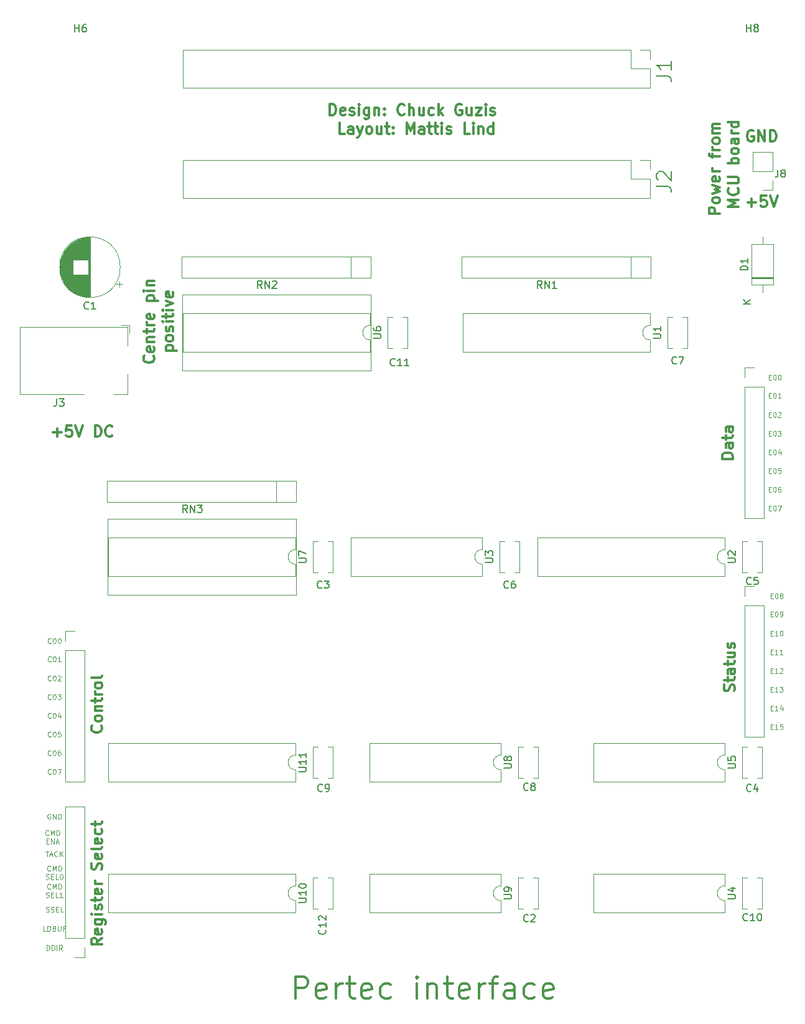
<source format=gbr>
%TF.GenerationSoftware,KiCad,Pcbnew,5.0.2-bee76a0~70~ubuntu16.04.1*%
%TF.CreationDate,2022-10-23T09:47:43+02:00*%
%TF.ProjectId,pertec,70657274-6563-42e6-9b69-6361645f7063,rev?*%
%TF.SameCoordinates,Original*%
%TF.FileFunction,Legend,Top*%
%TF.FilePolarity,Positive*%
%FSLAX46Y46*%
G04 Gerber Fmt 4.6, Leading zero omitted, Abs format (unit mm)*
G04 Created by KiCad (PCBNEW 5.0.2-bee76a0~70~ubuntu16.04.1) date sön 23 okt 2022 09:47:43*
%MOMM*%
%LPD*%
G01*
G04 APERTURE LIST*
%ADD10C,0.100000*%
%ADD11C,0.300000*%
%ADD12C,0.120000*%
%ADD13C,0.150000*%
G04 APERTURE END LIST*
D10*
X26136666Y-125405000D02*
X26103333Y-125438333D01*
X26003333Y-125471666D01*
X25936666Y-125471666D01*
X25836666Y-125438333D01*
X25770000Y-125371666D01*
X25736666Y-125305000D01*
X25703333Y-125171666D01*
X25703333Y-125071666D01*
X25736666Y-124938333D01*
X25770000Y-124871666D01*
X25836666Y-124805000D01*
X25936666Y-124771666D01*
X26003333Y-124771666D01*
X26103333Y-124805000D01*
X26136666Y-124838333D01*
X26436666Y-125471666D02*
X26436666Y-124771666D01*
X26670000Y-125271666D01*
X26903333Y-124771666D01*
X26903333Y-125471666D01*
X27236666Y-125471666D02*
X27236666Y-124771666D01*
X27403333Y-124771666D01*
X27503333Y-124805000D01*
X27570000Y-124871666D01*
X27603333Y-124938333D01*
X27636666Y-125071666D01*
X27636666Y-125171666D01*
X27603333Y-125305000D01*
X27570000Y-125371666D01*
X27503333Y-125438333D01*
X27403333Y-125471666D01*
X27236666Y-125471666D01*
X25853333Y-126255000D02*
X26086666Y-126255000D01*
X26186666Y-126621666D02*
X25853333Y-126621666D01*
X25853333Y-125921666D01*
X26186666Y-125921666D01*
X26486666Y-126621666D02*
X26486666Y-125921666D01*
X26886666Y-126621666D01*
X26886666Y-125921666D01*
X27186666Y-126421666D02*
X27520000Y-126421666D01*
X27120000Y-126621666D02*
X27353333Y-125921666D01*
X27586666Y-126621666D01*
D11*
X121261428Y-39477142D02*
X122404285Y-39477142D01*
X121832857Y-40048571D02*
X121832857Y-38905714D01*
X123832857Y-38548571D02*
X123118571Y-38548571D01*
X123047142Y-39262857D01*
X123118571Y-39191428D01*
X123261428Y-39120000D01*
X123618571Y-39120000D01*
X123761428Y-39191428D01*
X123832857Y-39262857D01*
X123904285Y-39405714D01*
X123904285Y-39762857D01*
X123832857Y-39905714D01*
X123761428Y-39977142D01*
X123618571Y-40048571D01*
X123261428Y-40048571D01*
X123118571Y-39977142D01*
X123047142Y-39905714D01*
X124332857Y-38548571D02*
X124832857Y-40048571D01*
X125332857Y-38548571D01*
X122047142Y-29730000D02*
X121904285Y-29658571D01*
X121690000Y-29658571D01*
X121475714Y-29730000D01*
X121332857Y-29872857D01*
X121261428Y-30015714D01*
X121190000Y-30301428D01*
X121190000Y-30515714D01*
X121261428Y-30801428D01*
X121332857Y-30944285D01*
X121475714Y-31087142D01*
X121690000Y-31158571D01*
X121832857Y-31158571D01*
X122047142Y-31087142D01*
X122118571Y-31015714D01*
X122118571Y-30515714D01*
X121832857Y-30515714D01*
X122761428Y-31158571D02*
X122761428Y-29658571D01*
X123618571Y-31158571D01*
X123618571Y-29658571D01*
X124332857Y-31158571D02*
X124332857Y-29658571D01*
X124690000Y-29658571D01*
X124904285Y-29730000D01*
X125047142Y-29872857D01*
X125118571Y-30015714D01*
X125190000Y-30301428D01*
X125190000Y-30515714D01*
X125118571Y-30801428D01*
X125047142Y-30944285D01*
X124904285Y-31087142D01*
X124690000Y-31158571D01*
X124332857Y-31158571D01*
X117513571Y-40968571D02*
X116013571Y-40968571D01*
X116013571Y-40397142D01*
X116085000Y-40254285D01*
X116156428Y-40182857D01*
X116299285Y-40111428D01*
X116513571Y-40111428D01*
X116656428Y-40182857D01*
X116727857Y-40254285D01*
X116799285Y-40397142D01*
X116799285Y-40968571D01*
X117513571Y-39254285D02*
X117442142Y-39397142D01*
X117370714Y-39468571D01*
X117227857Y-39540000D01*
X116799285Y-39540000D01*
X116656428Y-39468571D01*
X116585000Y-39397142D01*
X116513571Y-39254285D01*
X116513571Y-39040000D01*
X116585000Y-38897142D01*
X116656428Y-38825714D01*
X116799285Y-38754285D01*
X117227857Y-38754285D01*
X117370714Y-38825714D01*
X117442142Y-38897142D01*
X117513571Y-39040000D01*
X117513571Y-39254285D01*
X116513571Y-38254285D02*
X117513571Y-37968571D01*
X116799285Y-37682857D01*
X117513571Y-37397142D01*
X116513571Y-37111428D01*
X117442142Y-35968571D02*
X117513571Y-36111428D01*
X117513571Y-36397142D01*
X117442142Y-36540000D01*
X117299285Y-36611428D01*
X116727857Y-36611428D01*
X116585000Y-36540000D01*
X116513571Y-36397142D01*
X116513571Y-36111428D01*
X116585000Y-35968571D01*
X116727857Y-35897142D01*
X116870714Y-35897142D01*
X117013571Y-36611428D01*
X117513571Y-35254285D02*
X116513571Y-35254285D01*
X116799285Y-35254285D02*
X116656428Y-35182857D01*
X116585000Y-35111428D01*
X116513571Y-34968571D01*
X116513571Y-34825714D01*
X116513571Y-33397142D02*
X116513571Y-32825714D01*
X117513571Y-33182857D02*
X116227857Y-33182857D01*
X116085000Y-33111428D01*
X116013571Y-32968571D01*
X116013571Y-32825714D01*
X117513571Y-32325714D02*
X116513571Y-32325714D01*
X116799285Y-32325714D02*
X116656428Y-32254285D01*
X116585000Y-32182857D01*
X116513571Y-32040000D01*
X116513571Y-31897142D01*
X117513571Y-31182857D02*
X117442142Y-31325714D01*
X117370714Y-31397142D01*
X117227857Y-31468571D01*
X116799285Y-31468571D01*
X116656428Y-31397142D01*
X116585000Y-31325714D01*
X116513571Y-31182857D01*
X116513571Y-30968571D01*
X116585000Y-30825714D01*
X116656428Y-30754285D01*
X116799285Y-30682857D01*
X117227857Y-30682857D01*
X117370714Y-30754285D01*
X117442142Y-30825714D01*
X117513571Y-30968571D01*
X117513571Y-31182857D01*
X117513571Y-30040000D02*
X116513571Y-30040000D01*
X116656428Y-30040000D02*
X116585000Y-29968571D01*
X116513571Y-29825714D01*
X116513571Y-29611428D01*
X116585000Y-29468571D01*
X116727857Y-29397142D01*
X117513571Y-29397142D01*
X116727857Y-29397142D02*
X116585000Y-29325714D01*
X116513571Y-29182857D01*
X116513571Y-28968571D01*
X116585000Y-28825714D01*
X116727857Y-28754285D01*
X117513571Y-28754285D01*
X120063571Y-40075714D02*
X118563571Y-40075714D01*
X119635000Y-39575714D01*
X118563571Y-39075714D01*
X120063571Y-39075714D01*
X119920714Y-37504285D02*
X119992142Y-37575714D01*
X120063571Y-37790000D01*
X120063571Y-37932857D01*
X119992142Y-38147142D01*
X119849285Y-38290000D01*
X119706428Y-38361428D01*
X119420714Y-38432857D01*
X119206428Y-38432857D01*
X118920714Y-38361428D01*
X118777857Y-38290000D01*
X118635000Y-38147142D01*
X118563571Y-37932857D01*
X118563571Y-37790000D01*
X118635000Y-37575714D01*
X118706428Y-37504285D01*
X118563571Y-36861428D02*
X119777857Y-36861428D01*
X119920714Y-36790000D01*
X119992142Y-36718571D01*
X120063571Y-36575714D01*
X120063571Y-36290000D01*
X119992142Y-36147142D01*
X119920714Y-36075714D01*
X119777857Y-36004285D01*
X118563571Y-36004285D01*
X120063571Y-34147142D02*
X118563571Y-34147142D01*
X119135000Y-34147142D02*
X119063571Y-34004285D01*
X119063571Y-33718571D01*
X119135000Y-33575714D01*
X119206428Y-33504285D01*
X119349285Y-33432857D01*
X119777857Y-33432857D01*
X119920714Y-33504285D01*
X119992142Y-33575714D01*
X120063571Y-33718571D01*
X120063571Y-34004285D01*
X119992142Y-34147142D01*
X120063571Y-32575714D02*
X119992142Y-32718571D01*
X119920714Y-32790000D01*
X119777857Y-32861428D01*
X119349285Y-32861428D01*
X119206428Y-32790000D01*
X119135000Y-32718571D01*
X119063571Y-32575714D01*
X119063571Y-32361428D01*
X119135000Y-32218571D01*
X119206428Y-32147142D01*
X119349285Y-32075714D01*
X119777857Y-32075714D01*
X119920714Y-32147142D01*
X119992142Y-32218571D01*
X120063571Y-32361428D01*
X120063571Y-32575714D01*
X120063571Y-30790000D02*
X119277857Y-30790000D01*
X119135000Y-30861428D01*
X119063571Y-31004285D01*
X119063571Y-31290000D01*
X119135000Y-31432857D01*
X119992142Y-30790000D02*
X120063571Y-30932857D01*
X120063571Y-31290000D01*
X119992142Y-31432857D01*
X119849285Y-31504285D01*
X119706428Y-31504285D01*
X119563571Y-31432857D01*
X119492142Y-31290000D01*
X119492142Y-30932857D01*
X119420714Y-30790000D01*
X120063571Y-30075714D02*
X119063571Y-30075714D01*
X119349285Y-30075714D02*
X119206428Y-30004285D01*
X119135000Y-29932857D01*
X119063571Y-29790000D01*
X119063571Y-29647142D01*
X120063571Y-28504285D02*
X118563571Y-28504285D01*
X119992142Y-28504285D02*
X120063571Y-28647142D01*
X120063571Y-28932857D01*
X119992142Y-29075714D01*
X119920714Y-29147142D01*
X119777857Y-29218571D01*
X119349285Y-29218571D01*
X119206428Y-29147142D01*
X119135000Y-29075714D01*
X119063571Y-28932857D01*
X119063571Y-28647142D01*
X119135000Y-28504285D01*
X59716000Y-147661142D02*
X59716000Y-144661142D01*
X60858857Y-144661142D01*
X61144571Y-144804000D01*
X61287428Y-144946857D01*
X61430285Y-145232571D01*
X61430285Y-145661142D01*
X61287428Y-145946857D01*
X61144571Y-146089714D01*
X60858857Y-146232571D01*
X59716000Y-146232571D01*
X63858857Y-147518285D02*
X63573142Y-147661142D01*
X63001714Y-147661142D01*
X62716000Y-147518285D01*
X62573142Y-147232571D01*
X62573142Y-146089714D01*
X62716000Y-145804000D01*
X63001714Y-145661142D01*
X63573142Y-145661142D01*
X63858857Y-145804000D01*
X64001714Y-146089714D01*
X64001714Y-146375428D01*
X62573142Y-146661142D01*
X65287428Y-147661142D02*
X65287428Y-145661142D01*
X65287428Y-146232571D02*
X65430285Y-145946857D01*
X65573142Y-145804000D01*
X65858857Y-145661142D01*
X66144571Y-145661142D01*
X66716000Y-145661142D02*
X67858857Y-145661142D01*
X67144571Y-144661142D02*
X67144571Y-147232571D01*
X67287428Y-147518285D01*
X67573142Y-147661142D01*
X67858857Y-147661142D01*
X70001714Y-147518285D02*
X69716000Y-147661142D01*
X69144571Y-147661142D01*
X68858857Y-147518285D01*
X68716000Y-147232571D01*
X68716000Y-146089714D01*
X68858857Y-145804000D01*
X69144571Y-145661142D01*
X69716000Y-145661142D01*
X70001714Y-145804000D01*
X70144571Y-146089714D01*
X70144571Y-146375428D01*
X68716000Y-146661142D01*
X72716000Y-147518285D02*
X72430285Y-147661142D01*
X71858857Y-147661142D01*
X71573142Y-147518285D01*
X71430285Y-147375428D01*
X71287428Y-147089714D01*
X71287428Y-146232571D01*
X71430285Y-145946857D01*
X71573142Y-145804000D01*
X71858857Y-145661142D01*
X72430285Y-145661142D01*
X72716000Y-145804000D01*
X76287428Y-147661142D02*
X76287428Y-145661142D01*
X76287428Y-144661142D02*
X76144571Y-144804000D01*
X76287428Y-144946857D01*
X76430285Y-144804000D01*
X76287428Y-144661142D01*
X76287428Y-144946857D01*
X77716000Y-145661142D02*
X77716000Y-147661142D01*
X77716000Y-145946857D02*
X77858857Y-145804000D01*
X78144571Y-145661142D01*
X78573142Y-145661142D01*
X78858857Y-145804000D01*
X79001714Y-146089714D01*
X79001714Y-147661142D01*
X80001714Y-145661142D02*
X81144571Y-145661142D01*
X80430285Y-144661142D02*
X80430285Y-147232571D01*
X80573142Y-147518285D01*
X80858857Y-147661142D01*
X81144571Y-147661142D01*
X83287428Y-147518285D02*
X83001714Y-147661142D01*
X82430285Y-147661142D01*
X82144571Y-147518285D01*
X82001714Y-147232571D01*
X82001714Y-146089714D01*
X82144571Y-145804000D01*
X82430285Y-145661142D01*
X83001714Y-145661142D01*
X83287428Y-145804000D01*
X83430285Y-146089714D01*
X83430285Y-146375428D01*
X82001714Y-146661142D01*
X84715999Y-147661142D02*
X84715999Y-145661142D01*
X84715999Y-146232571D02*
X84858857Y-145946857D01*
X85001714Y-145804000D01*
X85287428Y-145661142D01*
X85573142Y-145661142D01*
X86144571Y-145661142D02*
X87287428Y-145661142D01*
X86573142Y-147661142D02*
X86573142Y-145089714D01*
X86716000Y-144804000D01*
X87001714Y-144661142D01*
X87287428Y-144661142D01*
X89573142Y-147661142D02*
X89573142Y-146089714D01*
X89430285Y-145804000D01*
X89144571Y-145661142D01*
X88573142Y-145661142D01*
X88287428Y-145804000D01*
X89573142Y-147518285D02*
X89287428Y-147661142D01*
X88573142Y-147661142D01*
X88287428Y-147518285D01*
X88144571Y-147232571D01*
X88144571Y-146946857D01*
X88287428Y-146661142D01*
X88573142Y-146518285D01*
X89287428Y-146518285D01*
X89573142Y-146375428D01*
X92287428Y-147518285D02*
X92001714Y-147661142D01*
X91430285Y-147661142D01*
X91144571Y-147518285D01*
X91001714Y-147375428D01*
X90858857Y-147089714D01*
X90858857Y-146232571D01*
X91001714Y-145946857D01*
X91144571Y-145804000D01*
X91430285Y-145661142D01*
X92001714Y-145661142D01*
X92287428Y-145804000D01*
X94716000Y-147518285D02*
X94430285Y-147661142D01*
X93858857Y-147661142D01*
X93573142Y-147518285D01*
X93430285Y-147232571D01*
X93430285Y-146089714D01*
X93573142Y-145804000D01*
X93858857Y-145661142D01*
X94430285Y-145661142D01*
X94716000Y-145804000D01*
X94858857Y-146089714D01*
X94858857Y-146375428D01*
X93430285Y-146661142D01*
X64414285Y-27597571D02*
X64414285Y-26097571D01*
X64771428Y-26097571D01*
X64985714Y-26169000D01*
X65128571Y-26311857D01*
X65199999Y-26454714D01*
X65271428Y-26740428D01*
X65271428Y-26954714D01*
X65199999Y-27240428D01*
X65128571Y-27383285D01*
X64985714Y-27526142D01*
X64771428Y-27597571D01*
X64414285Y-27597571D01*
X66485714Y-27526142D02*
X66342857Y-27597571D01*
X66057142Y-27597571D01*
X65914285Y-27526142D01*
X65842857Y-27383285D01*
X65842857Y-26811857D01*
X65914285Y-26669000D01*
X66057142Y-26597571D01*
X66342857Y-26597571D01*
X66485714Y-26669000D01*
X66557142Y-26811857D01*
X66557142Y-26954714D01*
X65842857Y-27097571D01*
X67128571Y-27526142D02*
X67271428Y-27597571D01*
X67557142Y-27597571D01*
X67700000Y-27526142D01*
X67771428Y-27383285D01*
X67771428Y-27311857D01*
X67700000Y-27169000D01*
X67557142Y-27097571D01*
X67342857Y-27097571D01*
X67200000Y-27026142D01*
X67128571Y-26883285D01*
X67128571Y-26811857D01*
X67200000Y-26669000D01*
X67342857Y-26597571D01*
X67557142Y-26597571D01*
X67700000Y-26669000D01*
X68414285Y-27597571D02*
X68414285Y-26597571D01*
X68414285Y-26097571D02*
X68342857Y-26169000D01*
X68414285Y-26240428D01*
X68485714Y-26169000D01*
X68414285Y-26097571D01*
X68414285Y-26240428D01*
X69771428Y-26597571D02*
X69771428Y-27811857D01*
X69700000Y-27954714D01*
X69628571Y-28026142D01*
X69485714Y-28097571D01*
X69271428Y-28097571D01*
X69128571Y-28026142D01*
X69771428Y-27526142D02*
X69628571Y-27597571D01*
X69342857Y-27597571D01*
X69200000Y-27526142D01*
X69128571Y-27454714D01*
X69057142Y-27311857D01*
X69057142Y-26883285D01*
X69128571Y-26740428D01*
X69200000Y-26669000D01*
X69342857Y-26597571D01*
X69628571Y-26597571D01*
X69771428Y-26669000D01*
X70485714Y-26597571D02*
X70485714Y-27597571D01*
X70485714Y-26740428D02*
X70557142Y-26669000D01*
X70700000Y-26597571D01*
X70914285Y-26597571D01*
X71057142Y-26669000D01*
X71128571Y-26811857D01*
X71128571Y-27597571D01*
X71842857Y-27454714D02*
X71914285Y-27526142D01*
X71842857Y-27597571D01*
X71771428Y-27526142D01*
X71842857Y-27454714D01*
X71842857Y-27597571D01*
X71842857Y-26669000D02*
X71914285Y-26740428D01*
X71842857Y-26811857D01*
X71771428Y-26740428D01*
X71842857Y-26669000D01*
X71842857Y-26811857D01*
X74557142Y-27454714D02*
X74485714Y-27526142D01*
X74271428Y-27597571D01*
X74128571Y-27597571D01*
X73914285Y-27526142D01*
X73771428Y-27383285D01*
X73700000Y-27240428D01*
X73628571Y-26954714D01*
X73628571Y-26740428D01*
X73700000Y-26454714D01*
X73771428Y-26311857D01*
X73914285Y-26169000D01*
X74128571Y-26097571D01*
X74271428Y-26097571D01*
X74485714Y-26169000D01*
X74557142Y-26240428D01*
X75200000Y-27597571D02*
X75200000Y-26097571D01*
X75842857Y-27597571D02*
X75842857Y-26811857D01*
X75771428Y-26669000D01*
X75628571Y-26597571D01*
X75414285Y-26597571D01*
X75271428Y-26669000D01*
X75200000Y-26740428D01*
X77200000Y-26597571D02*
X77200000Y-27597571D01*
X76557142Y-26597571D02*
X76557142Y-27383285D01*
X76628571Y-27526142D01*
X76771428Y-27597571D01*
X76985714Y-27597571D01*
X77128571Y-27526142D01*
X77200000Y-27454714D01*
X78557142Y-27526142D02*
X78414285Y-27597571D01*
X78128571Y-27597571D01*
X77985714Y-27526142D01*
X77914285Y-27454714D01*
X77842857Y-27311857D01*
X77842857Y-26883285D01*
X77914285Y-26740428D01*
X77985714Y-26669000D01*
X78128571Y-26597571D01*
X78414285Y-26597571D01*
X78557142Y-26669000D01*
X79200000Y-27597571D02*
X79200000Y-26097571D01*
X79342857Y-27026142D02*
X79771428Y-27597571D01*
X79771428Y-26597571D02*
X79200000Y-27169000D01*
X82342857Y-26169000D02*
X82200000Y-26097571D01*
X81985714Y-26097571D01*
X81771428Y-26169000D01*
X81628571Y-26311857D01*
X81557142Y-26454714D01*
X81485714Y-26740428D01*
X81485714Y-26954714D01*
X81557142Y-27240428D01*
X81628571Y-27383285D01*
X81771428Y-27526142D01*
X81985714Y-27597571D01*
X82128571Y-27597571D01*
X82342857Y-27526142D01*
X82414285Y-27454714D01*
X82414285Y-26954714D01*
X82128571Y-26954714D01*
X83700000Y-26597571D02*
X83700000Y-27597571D01*
X83057142Y-26597571D02*
X83057142Y-27383285D01*
X83128571Y-27526142D01*
X83271428Y-27597571D01*
X83485714Y-27597571D01*
X83628571Y-27526142D01*
X83700000Y-27454714D01*
X84271428Y-26597571D02*
X85057142Y-26597571D01*
X84271428Y-27597571D01*
X85057142Y-27597571D01*
X85628571Y-27597571D02*
X85628571Y-26597571D01*
X85628571Y-26097571D02*
X85557142Y-26169000D01*
X85628571Y-26240428D01*
X85700000Y-26169000D01*
X85628571Y-26097571D01*
X85628571Y-26240428D01*
X86271428Y-27526142D02*
X86414285Y-27597571D01*
X86699999Y-27597571D01*
X86842857Y-27526142D01*
X86914285Y-27383285D01*
X86914285Y-27311857D01*
X86842857Y-27169000D01*
X86699999Y-27097571D01*
X86485714Y-27097571D01*
X86342857Y-27026142D01*
X86271428Y-26883285D01*
X86271428Y-26811857D01*
X86342857Y-26669000D01*
X86485714Y-26597571D01*
X86699999Y-26597571D01*
X86842857Y-26669000D01*
X66450000Y-30147571D02*
X65735714Y-30147571D01*
X65735714Y-28647571D01*
X67592857Y-30147571D02*
X67592857Y-29361857D01*
X67521428Y-29219000D01*
X67378571Y-29147571D01*
X67092857Y-29147571D01*
X66950000Y-29219000D01*
X67592857Y-30076142D02*
X67450000Y-30147571D01*
X67092857Y-30147571D01*
X66950000Y-30076142D01*
X66878571Y-29933285D01*
X66878571Y-29790428D01*
X66950000Y-29647571D01*
X67092857Y-29576142D01*
X67450000Y-29576142D01*
X67592857Y-29504714D01*
X68164285Y-29147571D02*
X68521428Y-30147571D01*
X68878571Y-29147571D02*
X68521428Y-30147571D01*
X68378571Y-30504714D01*
X68307142Y-30576142D01*
X68164285Y-30647571D01*
X69664285Y-30147571D02*
X69521428Y-30076142D01*
X69450000Y-30004714D01*
X69378571Y-29861857D01*
X69378571Y-29433285D01*
X69450000Y-29290428D01*
X69521428Y-29219000D01*
X69664285Y-29147571D01*
X69878571Y-29147571D01*
X70021428Y-29219000D01*
X70092857Y-29290428D01*
X70164285Y-29433285D01*
X70164285Y-29861857D01*
X70092857Y-30004714D01*
X70021428Y-30076142D01*
X69878571Y-30147571D01*
X69664285Y-30147571D01*
X71450000Y-29147571D02*
X71450000Y-30147571D01*
X70807142Y-29147571D02*
X70807142Y-29933285D01*
X70878571Y-30076142D01*
X71021428Y-30147571D01*
X71235714Y-30147571D01*
X71378571Y-30076142D01*
X71450000Y-30004714D01*
X71950000Y-29147571D02*
X72521428Y-29147571D01*
X72164285Y-28647571D02*
X72164285Y-29933285D01*
X72235714Y-30076142D01*
X72378571Y-30147571D01*
X72521428Y-30147571D01*
X73021428Y-30004714D02*
X73092857Y-30076142D01*
X73021428Y-30147571D01*
X72950000Y-30076142D01*
X73021428Y-30004714D01*
X73021428Y-30147571D01*
X73021428Y-29219000D02*
X73092857Y-29290428D01*
X73021428Y-29361857D01*
X72950000Y-29290428D01*
X73021428Y-29219000D01*
X73021428Y-29361857D01*
X74878571Y-30147571D02*
X74878571Y-28647571D01*
X75378571Y-29719000D01*
X75878571Y-28647571D01*
X75878571Y-30147571D01*
X77235714Y-30147571D02*
X77235714Y-29361857D01*
X77164285Y-29219000D01*
X77021428Y-29147571D01*
X76735714Y-29147571D01*
X76592857Y-29219000D01*
X77235714Y-30076142D02*
X77092857Y-30147571D01*
X76735714Y-30147571D01*
X76592857Y-30076142D01*
X76521428Y-29933285D01*
X76521428Y-29790428D01*
X76592857Y-29647571D01*
X76735714Y-29576142D01*
X77092857Y-29576142D01*
X77235714Y-29504714D01*
X77735714Y-29147571D02*
X78307142Y-29147571D01*
X77950000Y-28647571D02*
X77950000Y-29933285D01*
X78021428Y-30076142D01*
X78164285Y-30147571D01*
X78307142Y-30147571D01*
X78592857Y-29147571D02*
X79164285Y-29147571D01*
X78807142Y-28647571D02*
X78807142Y-29933285D01*
X78878571Y-30076142D01*
X79021428Y-30147571D01*
X79164285Y-30147571D01*
X79664285Y-30147571D02*
X79664285Y-29147571D01*
X79664285Y-28647571D02*
X79592857Y-28719000D01*
X79664285Y-28790428D01*
X79735714Y-28719000D01*
X79664285Y-28647571D01*
X79664285Y-28790428D01*
X80307142Y-30076142D02*
X80450000Y-30147571D01*
X80735714Y-30147571D01*
X80878571Y-30076142D01*
X80950000Y-29933285D01*
X80950000Y-29861857D01*
X80878571Y-29719000D01*
X80735714Y-29647571D01*
X80521428Y-29647571D01*
X80378571Y-29576142D01*
X80307142Y-29433285D01*
X80307142Y-29361857D01*
X80378571Y-29219000D01*
X80521428Y-29147571D01*
X80735714Y-29147571D01*
X80878571Y-29219000D01*
X83450000Y-30147571D02*
X82735714Y-30147571D01*
X82735714Y-28647571D01*
X83950000Y-30147571D02*
X83950000Y-29147571D01*
X83950000Y-28647571D02*
X83878571Y-28719000D01*
X83950000Y-28790428D01*
X84021428Y-28719000D01*
X83950000Y-28647571D01*
X83950000Y-28790428D01*
X84664285Y-29147571D02*
X84664285Y-30147571D01*
X84664285Y-29290428D02*
X84735714Y-29219000D01*
X84878571Y-29147571D01*
X85092857Y-29147571D01*
X85235714Y-29219000D01*
X85307142Y-29361857D01*
X85307142Y-30147571D01*
X86664285Y-30147571D02*
X86664285Y-28647571D01*
X86664285Y-30076142D02*
X86521428Y-30147571D01*
X86235714Y-30147571D01*
X86092857Y-30076142D01*
X86021428Y-30004714D01*
X85950000Y-29861857D01*
X85950000Y-29433285D01*
X86021428Y-29290428D01*
X86092857Y-29219000D01*
X86235714Y-29147571D01*
X86521428Y-29147571D01*
X86664285Y-29219000D01*
X26734000Y-70719142D02*
X27876857Y-70719142D01*
X27305428Y-71290571D02*
X27305428Y-70147714D01*
X29305428Y-69790571D02*
X28591142Y-69790571D01*
X28519714Y-70504857D01*
X28591142Y-70433428D01*
X28734000Y-70362000D01*
X29091142Y-70362000D01*
X29234000Y-70433428D01*
X29305428Y-70504857D01*
X29376857Y-70647714D01*
X29376857Y-71004857D01*
X29305428Y-71147714D01*
X29234000Y-71219142D01*
X29091142Y-71290571D01*
X28734000Y-71290571D01*
X28591142Y-71219142D01*
X28519714Y-71147714D01*
X29805428Y-69790571D02*
X30305428Y-71290571D01*
X30805428Y-69790571D01*
X32448285Y-71290571D02*
X32448285Y-69790571D01*
X32805428Y-69790571D01*
X33019714Y-69862000D01*
X33162571Y-70004857D01*
X33234000Y-70147714D01*
X33305428Y-70433428D01*
X33305428Y-70647714D01*
X33234000Y-70933428D01*
X33162571Y-71076285D01*
X33019714Y-71219142D01*
X32805428Y-71290571D01*
X32448285Y-71290571D01*
X34805428Y-71147714D02*
X34734000Y-71219142D01*
X34519714Y-71290571D01*
X34376857Y-71290571D01*
X34162571Y-71219142D01*
X34019714Y-71076285D01*
X33948285Y-70933428D01*
X33876857Y-70647714D01*
X33876857Y-70433428D01*
X33948285Y-70147714D01*
X34019714Y-70004857D01*
X34162571Y-69862000D01*
X34376857Y-69790571D01*
X34519714Y-69790571D01*
X34734000Y-69862000D01*
X34805428Y-69933428D01*
X40408714Y-60304571D02*
X40480142Y-60376000D01*
X40551571Y-60590285D01*
X40551571Y-60733142D01*
X40480142Y-60947428D01*
X40337285Y-61090285D01*
X40194428Y-61161714D01*
X39908714Y-61233142D01*
X39694428Y-61233142D01*
X39408714Y-61161714D01*
X39265857Y-61090285D01*
X39123000Y-60947428D01*
X39051571Y-60733142D01*
X39051571Y-60590285D01*
X39123000Y-60376000D01*
X39194428Y-60304571D01*
X40480142Y-59090285D02*
X40551571Y-59233142D01*
X40551571Y-59518857D01*
X40480142Y-59661714D01*
X40337285Y-59733142D01*
X39765857Y-59733142D01*
X39623000Y-59661714D01*
X39551571Y-59518857D01*
X39551571Y-59233142D01*
X39623000Y-59090285D01*
X39765857Y-59018857D01*
X39908714Y-59018857D01*
X40051571Y-59733142D01*
X39551571Y-58376000D02*
X40551571Y-58376000D01*
X39694428Y-58376000D02*
X39623000Y-58304571D01*
X39551571Y-58161714D01*
X39551571Y-57947428D01*
X39623000Y-57804571D01*
X39765857Y-57733142D01*
X40551571Y-57733142D01*
X39551571Y-57233142D02*
X39551571Y-56661714D01*
X39051571Y-57018857D02*
X40337285Y-57018857D01*
X40480142Y-56947428D01*
X40551571Y-56804571D01*
X40551571Y-56661714D01*
X40551571Y-56161714D02*
X39551571Y-56161714D01*
X39837285Y-56161714D02*
X39694428Y-56090285D01*
X39623000Y-56018857D01*
X39551571Y-55876000D01*
X39551571Y-55733142D01*
X40480142Y-54661714D02*
X40551571Y-54804571D01*
X40551571Y-55090285D01*
X40480142Y-55233142D01*
X40337285Y-55304571D01*
X39765857Y-55304571D01*
X39623000Y-55233142D01*
X39551571Y-55090285D01*
X39551571Y-54804571D01*
X39623000Y-54661714D01*
X39765857Y-54590285D01*
X39908714Y-54590285D01*
X40051571Y-55304571D01*
X39551571Y-52804571D02*
X41051571Y-52804571D01*
X39623000Y-52804571D02*
X39551571Y-52661714D01*
X39551571Y-52376000D01*
X39623000Y-52233142D01*
X39694428Y-52161714D01*
X39837285Y-52090285D01*
X40265857Y-52090285D01*
X40408714Y-52161714D01*
X40480142Y-52233142D01*
X40551571Y-52376000D01*
X40551571Y-52661714D01*
X40480142Y-52804571D01*
X40551571Y-51447428D02*
X39551571Y-51447428D01*
X39051571Y-51447428D02*
X39123000Y-51518857D01*
X39194428Y-51447428D01*
X39123000Y-51376000D01*
X39051571Y-51447428D01*
X39194428Y-51447428D01*
X39551571Y-50733142D02*
X40551571Y-50733142D01*
X39694428Y-50733142D02*
X39623000Y-50661714D01*
X39551571Y-50518857D01*
X39551571Y-50304571D01*
X39623000Y-50161714D01*
X39765857Y-50090285D01*
X40551571Y-50090285D01*
X42101571Y-59590285D02*
X43601571Y-59590285D01*
X42173000Y-59590285D02*
X42101571Y-59447428D01*
X42101571Y-59161714D01*
X42173000Y-59018857D01*
X42244428Y-58947428D01*
X42387285Y-58875999D01*
X42815857Y-58875999D01*
X42958714Y-58947428D01*
X43030142Y-59018857D01*
X43101571Y-59161714D01*
X43101571Y-59447428D01*
X43030142Y-59590285D01*
X43101571Y-58018857D02*
X43030142Y-58161714D01*
X42958714Y-58233142D01*
X42815857Y-58304571D01*
X42387285Y-58304571D01*
X42244428Y-58233142D01*
X42173000Y-58161714D01*
X42101571Y-58018857D01*
X42101571Y-57804571D01*
X42173000Y-57661714D01*
X42244428Y-57590285D01*
X42387285Y-57518857D01*
X42815857Y-57518857D01*
X42958714Y-57590285D01*
X43030142Y-57661714D01*
X43101571Y-57804571D01*
X43101571Y-58018857D01*
X43030142Y-56947428D02*
X43101571Y-56804571D01*
X43101571Y-56518857D01*
X43030142Y-56376000D01*
X42887285Y-56304571D01*
X42815857Y-56304571D01*
X42673000Y-56376000D01*
X42601571Y-56518857D01*
X42601571Y-56733142D01*
X42530142Y-56875999D01*
X42387285Y-56947428D01*
X42315857Y-56947428D01*
X42173000Y-56875999D01*
X42101571Y-56733142D01*
X42101571Y-56518857D01*
X42173000Y-56376000D01*
X43101571Y-55661714D02*
X42101571Y-55661714D01*
X41601571Y-55661714D02*
X41673000Y-55733142D01*
X41744428Y-55661714D01*
X41673000Y-55590285D01*
X41601571Y-55661714D01*
X41744428Y-55661714D01*
X42101571Y-55161714D02*
X42101571Y-54590285D01*
X41601571Y-54947428D02*
X42887285Y-54947428D01*
X43030142Y-54876000D01*
X43101571Y-54733142D01*
X43101571Y-54590285D01*
X43101571Y-54090285D02*
X42101571Y-54090285D01*
X41601571Y-54090285D02*
X41673000Y-54161714D01*
X41744428Y-54090285D01*
X41673000Y-54018857D01*
X41601571Y-54090285D01*
X41744428Y-54090285D01*
X42101571Y-53518857D02*
X43101571Y-53161714D01*
X42101571Y-52804571D01*
X43030142Y-51661714D02*
X43101571Y-51804571D01*
X43101571Y-52090285D01*
X43030142Y-52233142D01*
X42887285Y-52304571D01*
X42315857Y-52304571D01*
X42173000Y-52233142D01*
X42101571Y-52090285D01*
X42101571Y-51804571D01*
X42173000Y-51661714D01*
X42315857Y-51590285D01*
X42458714Y-51590285D01*
X42601571Y-52304571D01*
X33444571Y-139472857D02*
X32730285Y-139972857D01*
X33444571Y-140330000D02*
X31944571Y-140330000D01*
X31944571Y-139758571D01*
X32016000Y-139615714D01*
X32087428Y-139544285D01*
X32230285Y-139472857D01*
X32444571Y-139472857D01*
X32587428Y-139544285D01*
X32658857Y-139615714D01*
X32730285Y-139758571D01*
X32730285Y-140330000D01*
X33373142Y-138258571D02*
X33444571Y-138401428D01*
X33444571Y-138687142D01*
X33373142Y-138830000D01*
X33230285Y-138901428D01*
X32658857Y-138901428D01*
X32516000Y-138830000D01*
X32444571Y-138687142D01*
X32444571Y-138401428D01*
X32516000Y-138258571D01*
X32658857Y-138187142D01*
X32801714Y-138187142D01*
X32944571Y-138901428D01*
X32444571Y-136901428D02*
X33658857Y-136901428D01*
X33801714Y-136972857D01*
X33873142Y-137044285D01*
X33944571Y-137187142D01*
X33944571Y-137401428D01*
X33873142Y-137544285D01*
X33373142Y-136901428D02*
X33444571Y-137044285D01*
X33444571Y-137330000D01*
X33373142Y-137472857D01*
X33301714Y-137544285D01*
X33158857Y-137615714D01*
X32730285Y-137615714D01*
X32587428Y-137544285D01*
X32516000Y-137472857D01*
X32444571Y-137330000D01*
X32444571Y-137044285D01*
X32516000Y-136901428D01*
X33444571Y-136187142D02*
X32444571Y-136187142D01*
X31944571Y-136187142D02*
X32016000Y-136258571D01*
X32087428Y-136187142D01*
X32016000Y-136115714D01*
X31944571Y-136187142D01*
X32087428Y-136187142D01*
X33373142Y-135544285D02*
X33444571Y-135401428D01*
X33444571Y-135115714D01*
X33373142Y-134972857D01*
X33230285Y-134901428D01*
X33158857Y-134901428D01*
X33016000Y-134972857D01*
X32944571Y-135115714D01*
X32944571Y-135330000D01*
X32873142Y-135472857D01*
X32730285Y-135544285D01*
X32658857Y-135544285D01*
X32516000Y-135472857D01*
X32444571Y-135330000D01*
X32444571Y-135115714D01*
X32516000Y-134972857D01*
X32444571Y-134472857D02*
X32444571Y-133901428D01*
X31944571Y-134258571D02*
X33230285Y-134258571D01*
X33373142Y-134187142D01*
X33444571Y-134044285D01*
X33444571Y-133901428D01*
X33373142Y-132830000D02*
X33444571Y-132972857D01*
X33444571Y-133258571D01*
X33373142Y-133401428D01*
X33230285Y-133472857D01*
X32658857Y-133472857D01*
X32516000Y-133401428D01*
X32444571Y-133258571D01*
X32444571Y-132972857D01*
X32516000Y-132830000D01*
X32658857Y-132758571D01*
X32801714Y-132758571D01*
X32944571Y-133472857D01*
X33444571Y-132115714D02*
X32444571Y-132115714D01*
X32730285Y-132115714D02*
X32587428Y-132044285D01*
X32516000Y-131972857D01*
X32444571Y-131830000D01*
X32444571Y-131687142D01*
X33373142Y-130115714D02*
X33444571Y-129901428D01*
X33444571Y-129544285D01*
X33373142Y-129401428D01*
X33301714Y-129330000D01*
X33158857Y-129258571D01*
X33016000Y-129258571D01*
X32873142Y-129330000D01*
X32801714Y-129401428D01*
X32730285Y-129544285D01*
X32658857Y-129830000D01*
X32587428Y-129972857D01*
X32516000Y-130044285D01*
X32373142Y-130115714D01*
X32230285Y-130115714D01*
X32087428Y-130044285D01*
X32016000Y-129972857D01*
X31944571Y-129830000D01*
X31944571Y-129472857D01*
X32016000Y-129258571D01*
X33373142Y-128044285D02*
X33444571Y-128187142D01*
X33444571Y-128472857D01*
X33373142Y-128615714D01*
X33230285Y-128687142D01*
X32658857Y-128687142D01*
X32516000Y-128615714D01*
X32444571Y-128472857D01*
X32444571Y-128187142D01*
X32516000Y-128044285D01*
X32658857Y-127972857D01*
X32801714Y-127972857D01*
X32944571Y-128687142D01*
X33444571Y-127115714D02*
X33373142Y-127258571D01*
X33230285Y-127330000D01*
X31944571Y-127330000D01*
X33373142Y-125972857D02*
X33444571Y-126115714D01*
X33444571Y-126401428D01*
X33373142Y-126544285D01*
X33230285Y-126615714D01*
X32658857Y-126615714D01*
X32516000Y-126544285D01*
X32444571Y-126401428D01*
X32444571Y-126115714D01*
X32516000Y-125972857D01*
X32658857Y-125901428D01*
X32801714Y-125901428D01*
X32944571Y-126615714D01*
X33373142Y-124615714D02*
X33444571Y-124758571D01*
X33444571Y-125044285D01*
X33373142Y-125187142D01*
X33301714Y-125258571D01*
X33158857Y-125330000D01*
X32730285Y-125330000D01*
X32587428Y-125258571D01*
X32516000Y-125187142D01*
X32444571Y-125044285D01*
X32444571Y-124758571D01*
X32516000Y-124615714D01*
X32444571Y-124187142D02*
X32444571Y-123615714D01*
X31944571Y-123972857D02*
X33230285Y-123972857D01*
X33373142Y-123901428D01*
X33444571Y-123758571D01*
X33444571Y-123615714D01*
X33301714Y-110553142D02*
X33373142Y-110624571D01*
X33444571Y-110838857D01*
X33444571Y-110981714D01*
X33373142Y-111196000D01*
X33230285Y-111338857D01*
X33087428Y-111410285D01*
X32801714Y-111481714D01*
X32587428Y-111481714D01*
X32301714Y-111410285D01*
X32158857Y-111338857D01*
X32016000Y-111196000D01*
X31944571Y-110981714D01*
X31944571Y-110838857D01*
X32016000Y-110624571D01*
X32087428Y-110553142D01*
X33444571Y-109696000D02*
X33373142Y-109838857D01*
X33301714Y-109910285D01*
X33158857Y-109981714D01*
X32730285Y-109981714D01*
X32587428Y-109910285D01*
X32516000Y-109838857D01*
X32444571Y-109696000D01*
X32444571Y-109481714D01*
X32516000Y-109338857D01*
X32587428Y-109267428D01*
X32730285Y-109196000D01*
X33158857Y-109196000D01*
X33301714Y-109267428D01*
X33373142Y-109338857D01*
X33444571Y-109481714D01*
X33444571Y-109696000D01*
X32444571Y-108553142D02*
X33444571Y-108553142D01*
X32587428Y-108553142D02*
X32516000Y-108481714D01*
X32444571Y-108338857D01*
X32444571Y-108124571D01*
X32516000Y-107981714D01*
X32658857Y-107910285D01*
X33444571Y-107910285D01*
X32444571Y-107410285D02*
X32444571Y-106838857D01*
X31944571Y-107196000D02*
X33230285Y-107196000D01*
X33373142Y-107124571D01*
X33444571Y-106981714D01*
X33444571Y-106838857D01*
X33444571Y-106338857D02*
X32444571Y-106338857D01*
X32730285Y-106338857D02*
X32587428Y-106267428D01*
X32516000Y-106196000D01*
X32444571Y-106053142D01*
X32444571Y-105910285D01*
X33444571Y-105196000D02*
X33373142Y-105338857D01*
X33301714Y-105410285D01*
X33158857Y-105481714D01*
X32730285Y-105481714D01*
X32587428Y-105410285D01*
X32516000Y-105338857D01*
X32444571Y-105196000D01*
X32444571Y-104981714D01*
X32516000Y-104838857D01*
X32587428Y-104767428D01*
X32730285Y-104696000D01*
X33158857Y-104696000D01*
X33301714Y-104767428D01*
X33373142Y-104838857D01*
X33444571Y-104981714D01*
X33444571Y-105196000D01*
X33444571Y-103838857D02*
X33373142Y-103981714D01*
X33230285Y-104053142D01*
X31944571Y-104053142D01*
X119296571Y-74314571D02*
X117796571Y-74314571D01*
X117796571Y-73957428D01*
X117868000Y-73743142D01*
X118010857Y-73600285D01*
X118153714Y-73528857D01*
X118439428Y-73457428D01*
X118653714Y-73457428D01*
X118939428Y-73528857D01*
X119082285Y-73600285D01*
X119225142Y-73743142D01*
X119296571Y-73957428D01*
X119296571Y-74314571D01*
X119296571Y-72171714D02*
X118510857Y-72171714D01*
X118368000Y-72243142D01*
X118296571Y-72386000D01*
X118296571Y-72671714D01*
X118368000Y-72814571D01*
X119225142Y-72171714D02*
X119296571Y-72314571D01*
X119296571Y-72671714D01*
X119225142Y-72814571D01*
X119082285Y-72886000D01*
X118939428Y-72886000D01*
X118796571Y-72814571D01*
X118725142Y-72671714D01*
X118725142Y-72314571D01*
X118653714Y-72171714D01*
X118296571Y-71671714D02*
X118296571Y-71100285D01*
X117796571Y-71457428D02*
X119082285Y-71457428D01*
X119225142Y-71386000D01*
X119296571Y-71243142D01*
X119296571Y-71100285D01*
X119296571Y-69957428D02*
X118510857Y-69957428D01*
X118368000Y-70028857D01*
X118296571Y-70171714D01*
X118296571Y-70457428D01*
X118368000Y-70600285D01*
X119225142Y-69957428D02*
X119296571Y-70100285D01*
X119296571Y-70457428D01*
X119225142Y-70600285D01*
X119082285Y-70671714D01*
X118939428Y-70671714D01*
X118796571Y-70600285D01*
X118725142Y-70457428D01*
X118725142Y-70100285D01*
X118653714Y-69957428D01*
X119479142Y-105866000D02*
X119550571Y-105651714D01*
X119550571Y-105294571D01*
X119479142Y-105151714D01*
X119407714Y-105080285D01*
X119264857Y-105008857D01*
X119122000Y-105008857D01*
X118979142Y-105080285D01*
X118907714Y-105151714D01*
X118836285Y-105294571D01*
X118764857Y-105580285D01*
X118693428Y-105723142D01*
X118622000Y-105794571D01*
X118479142Y-105866000D01*
X118336285Y-105866000D01*
X118193428Y-105794571D01*
X118122000Y-105723142D01*
X118050571Y-105580285D01*
X118050571Y-105223142D01*
X118122000Y-105008857D01*
X118550571Y-104580285D02*
X118550571Y-104008857D01*
X118050571Y-104366000D02*
X119336285Y-104366000D01*
X119479142Y-104294571D01*
X119550571Y-104151714D01*
X119550571Y-104008857D01*
X119550571Y-102866000D02*
X118764857Y-102866000D01*
X118622000Y-102937428D01*
X118550571Y-103080285D01*
X118550571Y-103366000D01*
X118622000Y-103508857D01*
X119479142Y-102866000D02*
X119550571Y-103008857D01*
X119550571Y-103366000D01*
X119479142Y-103508857D01*
X119336285Y-103580285D01*
X119193428Y-103580285D01*
X119050571Y-103508857D01*
X118979142Y-103366000D01*
X118979142Y-103008857D01*
X118907714Y-102866000D01*
X118550571Y-102366000D02*
X118550571Y-101794571D01*
X118050571Y-102151714D02*
X119336285Y-102151714D01*
X119479142Y-102080285D01*
X119550571Y-101937428D01*
X119550571Y-101794571D01*
X118550571Y-100651714D02*
X119550571Y-100651714D01*
X118550571Y-101294571D02*
X119336285Y-101294571D01*
X119479142Y-101223142D01*
X119550571Y-101080285D01*
X119550571Y-100866000D01*
X119479142Y-100723142D01*
X119407714Y-100651714D01*
X119479142Y-100008857D02*
X119550571Y-99866000D01*
X119550571Y-99580285D01*
X119479142Y-99437428D01*
X119336285Y-99366000D01*
X119264857Y-99366000D01*
X119122000Y-99437428D01*
X119050571Y-99580285D01*
X119050571Y-99794571D01*
X118979142Y-99937428D01*
X118836285Y-100008857D01*
X118764857Y-100008857D01*
X118622000Y-99937428D01*
X118550571Y-99794571D01*
X118550571Y-99580285D01*
X118622000Y-99437428D01*
D10*
X124405333Y-108154000D02*
X124638666Y-108154000D01*
X124738666Y-108520666D02*
X124405333Y-108520666D01*
X124405333Y-107820666D01*
X124738666Y-107820666D01*
X125405333Y-108520666D02*
X125005333Y-108520666D01*
X125205333Y-108520666D02*
X125205333Y-107820666D01*
X125138666Y-107920666D01*
X125072000Y-107987333D01*
X125005333Y-108020666D01*
X126005333Y-108054000D02*
X126005333Y-108520666D01*
X125838666Y-107787333D02*
X125672000Y-108287333D01*
X126105333Y-108287333D01*
X124405333Y-95390500D02*
X124638666Y-95390500D01*
X124738666Y-95757166D02*
X124405333Y-95757166D01*
X124405333Y-95057166D01*
X124738666Y-95057166D01*
X125172000Y-95057166D02*
X125238666Y-95057166D01*
X125305333Y-95090500D01*
X125338666Y-95123833D01*
X125372000Y-95190500D01*
X125405333Y-95323833D01*
X125405333Y-95490500D01*
X125372000Y-95623833D01*
X125338666Y-95690500D01*
X125305333Y-95723833D01*
X125238666Y-95757166D01*
X125172000Y-95757166D01*
X125105333Y-95723833D01*
X125072000Y-95690500D01*
X125038666Y-95623833D01*
X125005333Y-95490500D01*
X125005333Y-95323833D01*
X125038666Y-95190500D01*
X125072000Y-95123833D01*
X125105333Y-95090500D01*
X125172000Y-95057166D01*
X125738666Y-95757166D02*
X125872000Y-95757166D01*
X125938666Y-95723833D01*
X125972000Y-95690500D01*
X126038666Y-95590500D01*
X126072000Y-95457166D01*
X126072000Y-95190500D01*
X126038666Y-95123833D01*
X126005333Y-95090500D01*
X125938666Y-95057166D01*
X125805333Y-95057166D01*
X125738666Y-95090500D01*
X125705333Y-95123833D01*
X125672000Y-95190500D01*
X125672000Y-95357166D01*
X125705333Y-95423833D01*
X125738666Y-95457166D01*
X125805333Y-95490500D01*
X125938666Y-95490500D01*
X126005333Y-95457166D01*
X126038666Y-95423833D01*
X126072000Y-95357166D01*
X124405333Y-110694000D02*
X124638666Y-110694000D01*
X124738666Y-111060666D02*
X124405333Y-111060666D01*
X124405333Y-110360666D01*
X124738666Y-110360666D01*
X125405333Y-111060666D02*
X125005333Y-111060666D01*
X125205333Y-111060666D02*
X125205333Y-110360666D01*
X125138666Y-110460666D01*
X125072000Y-110527333D01*
X125005333Y-110560666D01*
X126038666Y-110360666D02*
X125705333Y-110360666D01*
X125672000Y-110694000D01*
X125705333Y-110660666D01*
X125772000Y-110627333D01*
X125938666Y-110627333D01*
X126005333Y-110660666D01*
X126038666Y-110694000D01*
X126072000Y-110760666D01*
X126072000Y-110927333D01*
X126038666Y-110994000D01*
X126005333Y-111027333D01*
X125938666Y-111060666D01*
X125772000Y-111060666D01*
X125705333Y-111027333D01*
X125672000Y-110994000D01*
X124405333Y-105614000D02*
X124638666Y-105614000D01*
X124738666Y-105980666D02*
X124405333Y-105980666D01*
X124405333Y-105280666D01*
X124738666Y-105280666D01*
X125405333Y-105980666D02*
X125005333Y-105980666D01*
X125205333Y-105980666D02*
X125205333Y-105280666D01*
X125138666Y-105380666D01*
X125072000Y-105447333D01*
X125005333Y-105480666D01*
X125638666Y-105280666D02*
X126072000Y-105280666D01*
X125838666Y-105547333D01*
X125938666Y-105547333D01*
X126005333Y-105580666D01*
X126038666Y-105614000D01*
X126072000Y-105680666D01*
X126072000Y-105847333D01*
X126038666Y-105914000D01*
X126005333Y-105947333D01*
X125938666Y-105980666D01*
X125738666Y-105980666D01*
X125672000Y-105947333D01*
X125638666Y-105914000D01*
X124405333Y-100534000D02*
X124638666Y-100534000D01*
X124738666Y-100900666D02*
X124405333Y-100900666D01*
X124405333Y-100200666D01*
X124738666Y-100200666D01*
X125405333Y-100900666D02*
X125005333Y-100900666D01*
X125205333Y-100900666D02*
X125205333Y-100200666D01*
X125138666Y-100300666D01*
X125072000Y-100367333D01*
X125005333Y-100400666D01*
X126072000Y-100900666D02*
X125672000Y-100900666D01*
X125872000Y-100900666D02*
X125872000Y-100200666D01*
X125805333Y-100300666D01*
X125738666Y-100367333D01*
X125672000Y-100400666D01*
X124405333Y-92914000D02*
X124638666Y-92914000D01*
X124738666Y-93280666D02*
X124405333Y-93280666D01*
X124405333Y-92580666D01*
X124738666Y-92580666D01*
X125172000Y-92580666D02*
X125238666Y-92580666D01*
X125305333Y-92614000D01*
X125338666Y-92647333D01*
X125372000Y-92714000D01*
X125405333Y-92847333D01*
X125405333Y-93014000D01*
X125372000Y-93147333D01*
X125338666Y-93214000D01*
X125305333Y-93247333D01*
X125238666Y-93280666D01*
X125172000Y-93280666D01*
X125105333Y-93247333D01*
X125072000Y-93214000D01*
X125038666Y-93147333D01*
X125005333Y-93014000D01*
X125005333Y-92847333D01*
X125038666Y-92714000D01*
X125072000Y-92647333D01*
X125105333Y-92614000D01*
X125172000Y-92580666D01*
X125805333Y-92880666D02*
X125738666Y-92847333D01*
X125705333Y-92814000D01*
X125672000Y-92747333D01*
X125672000Y-92714000D01*
X125705333Y-92647333D01*
X125738666Y-92614000D01*
X125805333Y-92580666D01*
X125938666Y-92580666D01*
X126005333Y-92614000D01*
X126038666Y-92647333D01*
X126072000Y-92714000D01*
X126072000Y-92747333D01*
X126038666Y-92814000D01*
X126005333Y-92847333D01*
X125938666Y-92880666D01*
X125805333Y-92880666D01*
X125738666Y-92914000D01*
X125705333Y-92947333D01*
X125672000Y-93014000D01*
X125672000Y-93147333D01*
X125705333Y-93214000D01*
X125738666Y-93247333D01*
X125805333Y-93280666D01*
X125938666Y-93280666D01*
X126005333Y-93247333D01*
X126038666Y-93214000D01*
X126072000Y-93147333D01*
X126072000Y-93014000D01*
X126038666Y-92947333D01*
X126005333Y-92914000D01*
X125938666Y-92880666D01*
X124405333Y-97994000D02*
X124638666Y-97994000D01*
X124738666Y-98360666D02*
X124405333Y-98360666D01*
X124405333Y-97660666D01*
X124738666Y-97660666D01*
X125405333Y-98360666D02*
X125005333Y-98360666D01*
X125205333Y-98360666D02*
X125205333Y-97660666D01*
X125138666Y-97760666D01*
X125072000Y-97827333D01*
X125005333Y-97860666D01*
X125838666Y-97660666D02*
X125905333Y-97660666D01*
X125972000Y-97694000D01*
X126005333Y-97727333D01*
X126038666Y-97794000D01*
X126072000Y-97927333D01*
X126072000Y-98094000D01*
X126038666Y-98227333D01*
X126005333Y-98294000D01*
X125972000Y-98327333D01*
X125905333Y-98360666D01*
X125838666Y-98360666D01*
X125772000Y-98327333D01*
X125738666Y-98294000D01*
X125705333Y-98227333D01*
X125672000Y-98094000D01*
X125672000Y-97927333D01*
X125705333Y-97794000D01*
X125738666Y-97727333D01*
X125772000Y-97694000D01*
X125838666Y-97660666D01*
X124405333Y-103074000D02*
X124638666Y-103074000D01*
X124738666Y-103440666D02*
X124405333Y-103440666D01*
X124405333Y-102740666D01*
X124738666Y-102740666D01*
X125405333Y-103440666D02*
X125005333Y-103440666D01*
X125205333Y-103440666D02*
X125205333Y-102740666D01*
X125138666Y-102840666D01*
X125072000Y-102907333D01*
X125005333Y-102940666D01*
X125672000Y-102807333D02*
X125705333Y-102774000D01*
X125772000Y-102740666D01*
X125938666Y-102740666D01*
X126005333Y-102774000D01*
X126038666Y-102807333D01*
X126072000Y-102874000D01*
X126072000Y-102940666D01*
X126038666Y-103040666D01*
X125638666Y-103440666D01*
X126072000Y-103440666D01*
X124151333Y-78436000D02*
X124384666Y-78436000D01*
X124484666Y-78802666D02*
X124151333Y-78802666D01*
X124151333Y-78102666D01*
X124484666Y-78102666D01*
X124918000Y-78102666D02*
X124984666Y-78102666D01*
X125051333Y-78136000D01*
X125084666Y-78169333D01*
X125118000Y-78236000D01*
X125151333Y-78369333D01*
X125151333Y-78536000D01*
X125118000Y-78669333D01*
X125084666Y-78736000D01*
X125051333Y-78769333D01*
X124984666Y-78802666D01*
X124918000Y-78802666D01*
X124851333Y-78769333D01*
X124818000Y-78736000D01*
X124784666Y-78669333D01*
X124751333Y-78536000D01*
X124751333Y-78369333D01*
X124784666Y-78236000D01*
X124818000Y-78169333D01*
X124851333Y-78136000D01*
X124918000Y-78102666D01*
X125751333Y-78102666D02*
X125618000Y-78102666D01*
X125551333Y-78136000D01*
X125518000Y-78169333D01*
X125451333Y-78269333D01*
X125418000Y-78402666D01*
X125418000Y-78669333D01*
X125451333Y-78736000D01*
X125484666Y-78769333D01*
X125551333Y-78802666D01*
X125684666Y-78802666D01*
X125751333Y-78769333D01*
X125784666Y-78736000D01*
X125818000Y-78669333D01*
X125818000Y-78502666D01*
X125784666Y-78436000D01*
X125751333Y-78402666D01*
X125684666Y-78369333D01*
X125551333Y-78369333D01*
X125484666Y-78402666D01*
X125451333Y-78436000D01*
X125418000Y-78502666D01*
X124151333Y-68276000D02*
X124384666Y-68276000D01*
X124484666Y-68642666D02*
X124151333Y-68642666D01*
X124151333Y-67942666D01*
X124484666Y-67942666D01*
X124918000Y-67942666D02*
X124984666Y-67942666D01*
X125051333Y-67976000D01*
X125084666Y-68009333D01*
X125118000Y-68076000D01*
X125151333Y-68209333D01*
X125151333Y-68376000D01*
X125118000Y-68509333D01*
X125084666Y-68576000D01*
X125051333Y-68609333D01*
X124984666Y-68642666D01*
X124918000Y-68642666D01*
X124851333Y-68609333D01*
X124818000Y-68576000D01*
X124784666Y-68509333D01*
X124751333Y-68376000D01*
X124751333Y-68209333D01*
X124784666Y-68076000D01*
X124818000Y-68009333D01*
X124851333Y-67976000D01*
X124918000Y-67942666D01*
X125418000Y-68009333D02*
X125451333Y-67976000D01*
X125518000Y-67942666D01*
X125684666Y-67942666D01*
X125751333Y-67976000D01*
X125784666Y-68009333D01*
X125818000Y-68076000D01*
X125818000Y-68142666D01*
X125784666Y-68242666D01*
X125384666Y-68642666D01*
X125818000Y-68642666D01*
X124151333Y-73356000D02*
X124384666Y-73356000D01*
X124484666Y-73722666D02*
X124151333Y-73722666D01*
X124151333Y-73022666D01*
X124484666Y-73022666D01*
X124918000Y-73022666D02*
X124984666Y-73022666D01*
X125051333Y-73056000D01*
X125084666Y-73089333D01*
X125118000Y-73156000D01*
X125151333Y-73289333D01*
X125151333Y-73456000D01*
X125118000Y-73589333D01*
X125084666Y-73656000D01*
X125051333Y-73689333D01*
X124984666Y-73722666D01*
X124918000Y-73722666D01*
X124851333Y-73689333D01*
X124818000Y-73656000D01*
X124784666Y-73589333D01*
X124751333Y-73456000D01*
X124751333Y-73289333D01*
X124784666Y-73156000D01*
X124818000Y-73089333D01*
X124851333Y-73056000D01*
X124918000Y-73022666D01*
X125751333Y-73256000D02*
X125751333Y-73722666D01*
X125584666Y-72989333D02*
X125418000Y-73489333D01*
X125851333Y-73489333D01*
X124151333Y-80976000D02*
X124384666Y-80976000D01*
X124484666Y-81342666D02*
X124151333Y-81342666D01*
X124151333Y-80642666D01*
X124484666Y-80642666D01*
X124918000Y-80642666D02*
X124984666Y-80642666D01*
X125051333Y-80676000D01*
X125084666Y-80709333D01*
X125118000Y-80776000D01*
X125151333Y-80909333D01*
X125151333Y-81076000D01*
X125118000Y-81209333D01*
X125084666Y-81276000D01*
X125051333Y-81309333D01*
X124984666Y-81342666D01*
X124918000Y-81342666D01*
X124851333Y-81309333D01*
X124818000Y-81276000D01*
X124784666Y-81209333D01*
X124751333Y-81076000D01*
X124751333Y-80909333D01*
X124784666Y-80776000D01*
X124818000Y-80709333D01*
X124851333Y-80676000D01*
X124918000Y-80642666D01*
X125384666Y-80642666D02*
X125851333Y-80642666D01*
X125551333Y-81342666D01*
X124151333Y-63196000D02*
X124384666Y-63196000D01*
X124484666Y-63562666D02*
X124151333Y-63562666D01*
X124151333Y-62862666D01*
X124484666Y-62862666D01*
X124918000Y-62862666D02*
X124984666Y-62862666D01*
X125051333Y-62896000D01*
X125084666Y-62929333D01*
X125118000Y-62996000D01*
X125151333Y-63129333D01*
X125151333Y-63296000D01*
X125118000Y-63429333D01*
X125084666Y-63496000D01*
X125051333Y-63529333D01*
X124984666Y-63562666D01*
X124918000Y-63562666D01*
X124851333Y-63529333D01*
X124818000Y-63496000D01*
X124784666Y-63429333D01*
X124751333Y-63296000D01*
X124751333Y-63129333D01*
X124784666Y-62996000D01*
X124818000Y-62929333D01*
X124851333Y-62896000D01*
X124918000Y-62862666D01*
X125584666Y-62862666D02*
X125651333Y-62862666D01*
X125718000Y-62896000D01*
X125751333Y-62929333D01*
X125784666Y-62996000D01*
X125818000Y-63129333D01*
X125818000Y-63296000D01*
X125784666Y-63429333D01*
X125751333Y-63496000D01*
X125718000Y-63529333D01*
X125651333Y-63562666D01*
X125584666Y-63562666D01*
X125518000Y-63529333D01*
X125484666Y-63496000D01*
X125451333Y-63429333D01*
X125418000Y-63296000D01*
X125418000Y-63129333D01*
X125451333Y-62996000D01*
X125484666Y-62929333D01*
X125518000Y-62896000D01*
X125584666Y-62862666D01*
X124151333Y-70816000D02*
X124384666Y-70816000D01*
X124484666Y-71182666D02*
X124151333Y-71182666D01*
X124151333Y-70482666D01*
X124484666Y-70482666D01*
X124918000Y-70482666D02*
X124984666Y-70482666D01*
X125051333Y-70516000D01*
X125084666Y-70549333D01*
X125118000Y-70616000D01*
X125151333Y-70749333D01*
X125151333Y-70916000D01*
X125118000Y-71049333D01*
X125084666Y-71116000D01*
X125051333Y-71149333D01*
X124984666Y-71182666D01*
X124918000Y-71182666D01*
X124851333Y-71149333D01*
X124818000Y-71116000D01*
X124784666Y-71049333D01*
X124751333Y-70916000D01*
X124751333Y-70749333D01*
X124784666Y-70616000D01*
X124818000Y-70549333D01*
X124851333Y-70516000D01*
X124918000Y-70482666D01*
X125384666Y-70482666D02*
X125818000Y-70482666D01*
X125584666Y-70749333D01*
X125684666Y-70749333D01*
X125751333Y-70782666D01*
X125784666Y-70816000D01*
X125818000Y-70882666D01*
X125818000Y-71049333D01*
X125784666Y-71116000D01*
X125751333Y-71149333D01*
X125684666Y-71182666D01*
X125484666Y-71182666D01*
X125418000Y-71149333D01*
X125384666Y-71116000D01*
X124151333Y-65672500D02*
X124384666Y-65672500D01*
X124484666Y-66039166D02*
X124151333Y-66039166D01*
X124151333Y-65339166D01*
X124484666Y-65339166D01*
X124918000Y-65339166D02*
X124984666Y-65339166D01*
X125051333Y-65372500D01*
X125084666Y-65405833D01*
X125118000Y-65472500D01*
X125151333Y-65605833D01*
X125151333Y-65772500D01*
X125118000Y-65905833D01*
X125084666Y-65972500D01*
X125051333Y-66005833D01*
X124984666Y-66039166D01*
X124918000Y-66039166D01*
X124851333Y-66005833D01*
X124818000Y-65972500D01*
X124784666Y-65905833D01*
X124751333Y-65772500D01*
X124751333Y-65605833D01*
X124784666Y-65472500D01*
X124818000Y-65405833D01*
X124851333Y-65372500D01*
X124918000Y-65339166D01*
X125818000Y-66039166D02*
X125418000Y-66039166D01*
X125618000Y-66039166D02*
X125618000Y-65339166D01*
X125551333Y-65439166D01*
X125484666Y-65505833D01*
X125418000Y-65539166D01*
X124151333Y-75896000D02*
X124384666Y-75896000D01*
X124484666Y-76262666D02*
X124151333Y-76262666D01*
X124151333Y-75562666D01*
X124484666Y-75562666D01*
X124918000Y-75562666D02*
X124984666Y-75562666D01*
X125051333Y-75596000D01*
X125084666Y-75629333D01*
X125118000Y-75696000D01*
X125151333Y-75829333D01*
X125151333Y-75996000D01*
X125118000Y-76129333D01*
X125084666Y-76196000D01*
X125051333Y-76229333D01*
X124984666Y-76262666D01*
X124918000Y-76262666D01*
X124851333Y-76229333D01*
X124818000Y-76196000D01*
X124784666Y-76129333D01*
X124751333Y-75996000D01*
X124751333Y-75829333D01*
X124784666Y-75696000D01*
X124818000Y-75629333D01*
X124851333Y-75596000D01*
X124918000Y-75562666D01*
X125784666Y-75562666D02*
X125451333Y-75562666D01*
X125418000Y-75896000D01*
X125451333Y-75862666D01*
X125518000Y-75829333D01*
X125684666Y-75829333D01*
X125751333Y-75862666D01*
X125784666Y-75896000D01*
X125818000Y-75962666D01*
X125818000Y-76129333D01*
X125784666Y-76196000D01*
X125751333Y-76229333D01*
X125684666Y-76262666D01*
X125518000Y-76262666D01*
X125451333Y-76229333D01*
X125418000Y-76196000D01*
X26474000Y-114550000D02*
X26440666Y-114583333D01*
X26340666Y-114616666D01*
X26274000Y-114616666D01*
X26174000Y-114583333D01*
X26107333Y-114516666D01*
X26074000Y-114450000D01*
X26040666Y-114316666D01*
X26040666Y-114216666D01*
X26074000Y-114083333D01*
X26107333Y-114016666D01*
X26174000Y-113950000D01*
X26274000Y-113916666D01*
X26340666Y-113916666D01*
X26440666Y-113950000D01*
X26474000Y-113983333D01*
X26907333Y-113916666D02*
X26974000Y-113916666D01*
X27040666Y-113950000D01*
X27074000Y-113983333D01*
X27107333Y-114050000D01*
X27140666Y-114183333D01*
X27140666Y-114350000D01*
X27107333Y-114483333D01*
X27074000Y-114550000D01*
X27040666Y-114583333D01*
X26974000Y-114616666D01*
X26907333Y-114616666D01*
X26840666Y-114583333D01*
X26807333Y-114550000D01*
X26774000Y-114483333D01*
X26740666Y-114350000D01*
X26740666Y-114183333D01*
X26774000Y-114050000D01*
X26807333Y-113983333D01*
X26840666Y-113950000D01*
X26907333Y-113916666D01*
X27740666Y-113916666D02*
X27607333Y-113916666D01*
X27540666Y-113950000D01*
X27507333Y-113983333D01*
X27440666Y-114083333D01*
X27407333Y-114216666D01*
X27407333Y-114483333D01*
X27440666Y-114550000D01*
X27474000Y-114583333D01*
X27540666Y-114616666D01*
X27674000Y-114616666D01*
X27740666Y-114583333D01*
X27774000Y-114550000D01*
X27807333Y-114483333D01*
X27807333Y-114316666D01*
X27774000Y-114250000D01*
X27740666Y-114216666D01*
X27674000Y-114183333D01*
X27540666Y-114183333D01*
X27474000Y-114216666D01*
X27440666Y-114250000D01*
X27407333Y-114316666D01*
X26474000Y-117090000D02*
X26440666Y-117123333D01*
X26340666Y-117156666D01*
X26274000Y-117156666D01*
X26174000Y-117123333D01*
X26107333Y-117056666D01*
X26074000Y-116990000D01*
X26040666Y-116856666D01*
X26040666Y-116756666D01*
X26074000Y-116623333D01*
X26107333Y-116556666D01*
X26174000Y-116490000D01*
X26274000Y-116456666D01*
X26340666Y-116456666D01*
X26440666Y-116490000D01*
X26474000Y-116523333D01*
X26907333Y-116456666D02*
X26974000Y-116456666D01*
X27040666Y-116490000D01*
X27074000Y-116523333D01*
X27107333Y-116590000D01*
X27140666Y-116723333D01*
X27140666Y-116890000D01*
X27107333Y-117023333D01*
X27074000Y-117090000D01*
X27040666Y-117123333D01*
X26974000Y-117156666D01*
X26907333Y-117156666D01*
X26840666Y-117123333D01*
X26807333Y-117090000D01*
X26774000Y-117023333D01*
X26740666Y-116890000D01*
X26740666Y-116723333D01*
X26774000Y-116590000D01*
X26807333Y-116523333D01*
X26840666Y-116490000D01*
X26907333Y-116456666D01*
X27374000Y-116456666D02*
X27840666Y-116456666D01*
X27540666Y-117156666D01*
X26474000Y-112010000D02*
X26440666Y-112043333D01*
X26340666Y-112076666D01*
X26274000Y-112076666D01*
X26174000Y-112043333D01*
X26107333Y-111976666D01*
X26074000Y-111910000D01*
X26040666Y-111776666D01*
X26040666Y-111676666D01*
X26074000Y-111543333D01*
X26107333Y-111476666D01*
X26174000Y-111410000D01*
X26274000Y-111376666D01*
X26340666Y-111376666D01*
X26440666Y-111410000D01*
X26474000Y-111443333D01*
X26907333Y-111376666D02*
X26974000Y-111376666D01*
X27040666Y-111410000D01*
X27074000Y-111443333D01*
X27107333Y-111510000D01*
X27140666Y-111643333D01*
X27140666Y-111810000D01*
X27107333Y-111943333D01*
X27074000Y-112010000D01*
X27040666Y-112043333D01*
X26974000Y-112076666D01*
X26907333Y-112076666D01*
X26840666Y-112043333D01*
X26807333Y-112010000D01*
X26774000Y-111943333D01*
X26740666Y-111810000D01*
X26740666Y-111643333D01*
X26774000Y-111510000D01*
X26807333Y-111443333D01*
X26840666Y-111410000D01*
X26907333Y-111376666D01*
X27774000Y-111376666D02*
X27440666Y-111376666D01*
X27407333Y-111710000D01*
X27440666Y-111676666D01*
X27507333Y-111643333D01*
X27674000Y-111643333D01*
X27740666Y-111676666D01*
X27774000Y-111710000D01*
X27807333Y-111776666D01*
X27807333Y-111943333D01*
X27774000Y-112010000D01*
X27740666Y-112043333D01*
X27674000Y-112076666D01*
X27507333Y-112076666D01*
X27440666Y-112043333D01*
X27407333Y-112010000D01*
X26474000Y-109470000D02*
X26440666Y-109503333D01*
X26340666Y-109536666D01*
X26274000Y-109536666D01*
X26174000Y-109503333D01*
X26107333Y-109436666D01*
X26074000Y-109370000D01*
X26040666Y-109236666D01*
X26040666Y-109136666D01*
X26074000Y-109003333D01*
X26107333Y-108936666D01*
X26174000Y-108870000D01*
X26274000Y-108836666D01*
X26340666Y-108836666D01*
X26440666Y-108870000D01*
X26474000Y-108903333D01*
X26907333Y-108836666D02*
X26974000Y-108836666D01*
X27040666Y-108870000D01*
X27074000Y-108903333D01*
X27107333Y-108970000D01*
X27140666Y-109103333D01*
X27140666Y-109270000D01*
X27107333Y-109403333D01*
X27074000Y-109470000D01*
X27040666Y-109503333D01*
X26974000Y-109536666D01*
X26907333Y-109536666D01*
X26840666Y-109503333D01*
X26807333Y-109470000D01*
X26774000Y-109403333D01*
X26740666Y-109270000D01*
X26740666Y-109103333D01*
X26774000Y-108970000D01*
X26807333Y-108903333D01*
X26840666Y-108870000D01*
X26907333Y-108836666D01*
X27740666Y-109070000D02*
X27740666Y-109536666D01*
X27574000Y-108803333D02*
X27407333Y-109303333D01*
X27840666Y-109303333D01*
X26474000Y-106930000D02*
X26440666Y-106963333D01*
X26340666Y-106996666D01*
X26274000Y-106996666D01*
X26174000Y-106963333D01*
X26107333Y-106896666D01*
X26074000Y-106830000D01*
X26040666Y-106696666D01*
X26040666Y-106596666D01*
X26074000Y-106463333D01*
X26107333Y-106396666D01*
X26174000Y-106330000D01*
X26274000Y-106296666D01*
X26340666Y-106296666D01*
X26440666Y-106330000D01*
X26474000Y-106363333D01*
X26907333Y-106296666D02*
X26974000Y-106296666D01*
X27040666Y-106330000D01*
X27074000Y-106363333D01*
X27107333Y-106430000D01*
X27140666Y-106563333D01*
X27140666Y-106730000D01*
X27107333Y-106863333D01*
X27074000Y-106930000D01*
X27040666Y-106963333D01*
X26974000Y-106996666D01*
X26907333Y-106996666D01*
X26840666Y-106963333D01*
X26807333Y-106930000D01*
X26774000Y-106863333D01*
X26740666Y-106730000D01*
X26740666Y-106563333D01*
X26774000Y-106430000D01*
X26807333Y-106363333D01*
X26840666Y-106330000D01*
X26907333Y-106296666D01*
X27374000Y-106296666D02*
X27807333Y-106296666D01*
X27574000Y-106563333D01*
X27674000Y-106563333D01*
X27740666Y-106596666D01*
X27774000Y-106630000D01*
X27807333Y-106696666D01*
X27807333Y-106863333D01*
X27774000Y-106930000D01*
X27740666Y-106963333D01*
X27674000Y-106996666D01*
X27474000Y-106996666D01*
X27407333Y-106963333D01*
X27374000Y-106930000D01*
X26474000Y-104390000D02*
X26440666Y-104423333D01*
X26340666Y-104456666D01*
X26274000Y-104456666D01*
X26174000Y-104423333D01*
X26107333Y-104356666D01*
X26074000Y-104290000D01*
X26040666Y-104156666D01*
X26040666Y-104056666D01*
X26074000Y-103923333D01*
X26107333Y-103856666D01*
X26174000Y-103790000D01*
X26274000Y-103756666D01*
X26340666Y-103756666D01*
X26440666Y-103790000D01*
X26474000Y-103823333D01*
X26907333Y-103756666D02*
X26974000Y-103756666D01*
X27040666Y-103790000D01*
X27074000Y-103823333D01*
X27107333Y-103890000D01*
X27140666Y-104023333D01*
X27140666Y-104190000D01*
X27107333Y-104323333D01*
X27074000Y-104390000D01*
X27040666Y-104423333D01*
X26974000Y-104456666D01*
X26907333Y-104456666D01*
X26840666Y-104423333D01*
X26807333Y-104390000D01*
X26774000Y-104323333D01*
X26740666Y-104190000D01*
X26740666Y-104023333D01*
X26774000Y-103890000D01*
X26807333Y-103823333D01*
X26840666Y-103790000D01*
X26907333Y-103756666D01*
X27407333Y-103823333D02*
X27440666Y-103790000D01*
X27507333Y-103756666D01*
X27674000Y-103756666D01*
X27740666Y-103790000D01*
X27774000Y-103823333D01*
X27807333Y-103890000D01*
X27807333Y-103956666D01*
X27774000Y-104056666D01*
X27374000Y-104456666D01*
X27807333Y-104456666D01*
X26474000Y-101786500D02*
X26440666Y-101819833D01*
X26340666Y-101853166D01*
X26274000Y-101853166D01*
X26174000Y-101819833D01*
X26107333Y-101753166D01*
X26074000Y-101686500D01*
X26040666Y-101553166D01*
X26040666Y-101453166D01*
X26074000Y-101319833D01*
X26107333Y-101253166D01*
X26174000Y-101186500D01*
X26274000Y-101153166D01*
X26340666Y-101153166D01*
X26440666Y-101186500D01*
X26474000Y-101219833D01*
X26907333Y-101153166D02*
X26974000Y-101153166D01*
X27040666Y-101186500D01*
X27074000Y-101219833D01*
X27107333Y-101286500D01*
X27140666Y-101419833D01*
X27140666Y-101586500D01*
X27107333Y-101719833D01*
X27074000Y-101786500D01*
X27040666Y-101819833D01*
X26974000Y-101853166D01*
X26907333Y-101853166D01*
X26840666Y-101819833D01*
X26807333Y-101786500D01*
X26774000Y-101719833D01*
X26740666Y-101586500D01*
X26740666Y-101419833D01*
X26774000Y-101286500D01*
X26807333Y-101219833D01*
X26840666Y-101186500D01*
X26907333Y-101153166D01*
X27807333Y-101853166D02*
X27407333Y-101853166D01*
X27607333Y-101853166D02*
X27607333Y-101153166D01*
X27540666Y-101253166D01*
X27474000Y-101319833D01*
X27407333Y-101353166D01*
X26474000Y-99310000D02*
X26440666Y-99343333D01*
X26340666Y-99376666D01*
X26274000Y-99376666D01*
X26174000Y-99343333D01*
X26107333Y-99276666D01*
X26074000Y-99210000D01*
X26040666Y-99076666D01*
X26040666Y-98976666D01*
X26074000Y-98843333D01*
X26107333Y-98776666D01*
X26174000Y-98710000D01*
X26274000Y-98676666D01*
X26340666Y-98676666D01*
X26440666Y-98710000D01*
X26474000Y-98743333D01*
X26907333Y-98676666D02*
X26974000Y-98676666D01*
X27040666Y-98710000D01*
X27074000Y-98743333D01*
X27107333Y-98810000D01*
X27140666Y-98943333D01*
X27140666Y-99110000D01*
X27107333Y-99243333D01*
X27074000Y-99310000D01*
X27040666Y-99343333D01*
X26974000Y-99376666D01*
X26907333Y-99376666D01*
X26840666Y-99343333D01*
X26807333Y-99310000D01*
X26774000Y-99243333D01*
X26740666Y-99110000D01*
X26740666Y-98943333D01*
X26774000Y-98810000D01*
X26807333Y-98743333D01*
X26840666Y-98710000D01*
X26907333Y-98676666D01*
X27574000Y-98676666D02*
X27640666Y-98676666D01*
X27707333Y-98710000D01*
X27740666Y-98743333D01*
X27774000Y-98810000D01*
X27807333Y-98943333D01*
X27807333Y-99110000D01*
X27774000Y-99243333D01*
X27740666Y-99310000D01*
X27707333Y-99343333D01*
X27640666Y-99376666D01*
X27574000Y-99376666D01*
X27507333Y-99343333D01*
X27474000Y-99310000D01*
X27440666Y-99243333D01*
X27407333Y-99110000D01*
X27407333Y-98943333D01*
X27440666Y-98810000D01*
X27474000Y-98743333D01*
X27507333Y-98710000D01*
X27574000Y-98676666D01*
X25874000Y-141096166D02*
X25874000Y-140396166D01*
X26040666Y-140396166D01*
X26140666Y-140429500D01*
X26207333Y-140496166D01*
X26240666Y-140562833D01*
X26274000Y-140696166D01*
X26274000Y-140796166D01*
X26240666Y-140929500D01*
X26207333Y-140996166D01*
X26140666Y-141062833D01*
X26040666Y-141096166D01*
X25874000Y-141096166D01*
X26574000Y-141096166D02*
X26574000Y-140396166D01*
X26740666Y-140396166D01*
X26840666Y-140429500D01*
X26907333Y-140496166D01*
X26940666Y-140562833D01*
X26974000Y-140696166D01*
X26974000Y-140796166D01*
X26940666Y-140929500D01*
X26907333Y-140996166D01*
X26840666Y-141062833D01*
X26740666Y-141096166D01*
X26574000Y-141096166D01*
X27274000Y-141096166D02*
X27274000Y-140396166D01*
X28007333Y-141096166D02*
X27774000Y-140762833D01*
X27607333Y-141096166D02*
X27607333Y-140396166D01*
X27874000Y-140396166D01*
X27940666Y-140429500D01*
X27974000Y-140462833D01*
X28007333Y-140529500D01*
X28007333Y-140629500D01*
X27974000Y-140696166D01*
X27940666Y-140729500D01*
X27874000Y-140762833D01*
X27607333Y-140762833D01*
X25774000Y-138492666D02*
X25440666Y-138492666D01*
X25440666Y-137792666D01*
X26007333Y-138492666D02*
X26007333Y-137792666D01*
X26174000Y-137792666D01*
X26274000Y-137826000D01*
X26340666Y-137892666D01*
X26374000Y-137959333D01*
X26407333Y-138092666D01*
X26407333Y-138192666D01*
X26374000Y-138326000D01*
X26340666Y-138392666D01*
X26274000Y-138459333D01*
X26174000Y-138492666D01*
X26007333Y-138492666D01*
X26940666Y-138126000D02*
X27040666Y-138159333D01*
X27074000Y-138192666D01*
X27107333Y-138259333D01*
X27107333Y-138359333D01*
X27074000Y-138426000D01*
X27040666Y-138459333D01*
X26974000Y-138492666D01*
X26707333Y-138492666D01*
X26707333Y-137792666D01*
X26940666Y-137792666D01*
X27007333Y-137826000D01*
X27040666Y-137859333D01*
X27074000Y-137926000D01*
X27074000Y-137992666D01*
X27040666Y-138059333D01*
X27007333Y-138092666D01*
X26940666Y-138126000D01*
X26707333Y-138126000D01*
X27407333Y-137792666D02*
X27407333Y-138359333D01*
X27440666Y-138426000D01*
X27474000Y-138459333D01*
X27540666Y-138492666D01*
X27674000Y-138492666D01*
X27740666Y-138459333D01*
X27774000Y-138426000D01*
X27807333Y-138359333D01*
X27807333Y-137792666D01*
X28374000Y-138126000D02*
X28140666Y-138126000D01*
X28140666Y-138492666D02*
X28140666Y-137792666D01*
X28474000Y-137792666D01*
X25790666Y-135855833D02*
X25890666Y-135889166D01*
X26057333Y-135889166D01*
X26124000Y-135855833D01*
X26157333Y-135822500D01*
X26190666Y-135755833D01*
X26190666Y-135689166D01*
X26157333Y-135622500D01*
X26124000Y-135589166D01*
X26057333Y-135555833D01*
X25924000Y-135522500D01*
X25857333Y-135489166D01*
X25824000Y-135455833D01*
X25790666Y-135389166D01*
X25790666Y-135322500D01*
X25824000Y-135255833D01*
X25857333Y-135222500D01*
X25924000Y-135189166D01*
X26090666Y-135189166D01*
X26190666Y-135222500D01*
X26457333Y-135855833D02*
X26557333Y-135889166D01*
X26724000Y-135889166D01*
X26790666Y-135855833D01*
X26824000Y-135822500D01*
X26857333Y-135755833D01*
X26857333Y-135689166D01*
X26824000Y-135622500D01*
X26790666Y-135589166D01*
X26724000Y-135555833D01*
X26590666Y-135522500D01*
X26524000Y-135489166D01*
X26490666Y-135455833D01*
X26457333Y-135389166D01*
X26457333Y-135322500D01*
X26490666Y-135255833D01*
X26524000Y-135222500D01*
X26590666Y-135189166D01*
X26757333Y-135189166D01*
X26857333Y-135222500D01*
X27157333Y-135522500D02*
X27390666Y-135522500D01*
X27490666Y-135889166D02*
X27157333Y-135889166D01*
X27157333Y-135189166D01*
X27490666Y-135189166D01*
X28124000Y-135889166D02*
X27790666Y-135889166D01*
X27790666Y-135189166D01*
X26390666Y-132707500D02*
X26357333Y-132740833D01*
X26257333Y-132774166D01*
X26190666Y-132774166D01*
X26090666Y-132740833D01*
X26024000Y-132674166D01*
X25990666Y-132607500D01*
X25957333Y-132474166D01*
X25957333Y-132374166D01*
X25990666Y-132240833D01*
X26024000Y-132174166D01*
X26090666Y-132107500D01*
X26190666Y-132074166D01*
X26257333Y-132074166D01*
X26357333Y-132107500D01*
X26390666Y-132140833D01*
X26690666Y-132774166D02*
X26690666Y-132074166D01*
X26924000Y-132574166D01*
X27157333Y-132074166D01*
X27157333Y-132774166D01*
X27490666Y-132774166D02*
X27490666Y-132074166D01*
X27657333Y-132074166D01*
X27757333Y-132107500D01*
X27824000Y-132174166D01*
X27857333Y-132240833D01*
X27890666Y-132374166D01*
X27890666Y-132474166D01*
X27857333Y-132607500D01*
X27824000Y-132674166D01*
X27757333Y-132740833D01*
X27657333Y-132774166D01*
X27490666Y-132774166D01*
X25790666Y-133890833D02*
X25890666Y-133924166D01*
X26057333Y-133924166D01*
X26124000Y-133890833D01*
X26157333Y-133857500D01*
X26190666Y-133790833D01*
X26190666Y-133724166D01*
X26157333Y-133657500D01*
X26124000Y-133624166D01*
X26057333Y-133590833D01*
X25924000Y-133557500D01*
X25857333Y-133524166D01*
X25824000Y-133490833D01*
X25790666Y-133424166D01*
X25790666Y-133357500D01*
X25824000Y-133290833D01*
X25857333Y-133257500D01*
X25924000Y-133224166D01*
X26090666Y-133224166D01*
X26190666Y-133257500D01*
X26490666Y-133557500D02*
X26724000Y-133557500D01*
X26824000Y-133924166D02*
X26490666Y-133924166D01*
X26490666Y-133224166D01*
X26824000Y-133224166D01*
X27457333Y-133924166D02*
X27124000Y-133924166D01*
X27124000Y-133224166D01*
X28057333Y-133924166D02*
X27657333Y-133924166D01*
X27857333Y-133924166D02*
X27857333Y-133224166D01*
X27790666Y-133324166D01*
X27724000Y-133390833D01*
X27657333Y-133424166D01*
X26390666Y-130231000D02*
X26357333Y-130264333D01*
X26257333Y-130297666D01*
X26190666Y-130297666D01*
X26090666Y-130264333D01*
X26024000Y-130197666D01*
X25990666Y-130131000D01*
X25957333Y-129997666D01*
X25957333Y-129897666D01*
X25990666Y-129764333D01*
X26024000Y-129697666D01*
X26090666Y-129631000D01*
X26190666Y-129597666D01*
X26257333Y-129597666D01*
X26357333Y-129631000D01*
X26390666Y-129664333D01*
X26690666Y-130297666D02*
X26690666Y-129597666D01*
X26924000Y-130097666D01*
X27157333Y-129597666D01*
X27157333Y-130297666D01*
X27490666Y-130297666D02*
X27490666Y-129597666D01*
X27657333Y-129597666D01*
X27757333Y-129631000D01*
X27824000Y-129697666D01*
X27857333Y-129764333D01*
X27890666Y-129897666D01*
X27890666Y-129997666D01*
X27857333Y-130131000D01*
X27824000Y-130197666D01*
X27757333Y-130264333D01*
X27657333Y-130297666D01*
X27490666Y-130297666D01*
X25790666Y-131414333D02*
X25890666Y-131447666D01*
X26057333Y-131447666D01*
X26124000Y-131414333D01*
X26157333Y-131381000D01*
X26190666Y-131314333D01*
X26190666Y-131247666D01*
X26157333Y-131181000D01*
X26124000Y-131147666D01*
X26057333Y-131114333D01*
X25924000Y-131081000D01*
X25857333Y-131047666D01*
X25824000Y-131014333D01*
X25790666Y-130947666D01*
X25790666Y-130881000D01*
X25824000Y-130814333D01*
X25857333Y-130781000D01*
X25924000Y-130747666D01*
X26090666Y-130747666D01*
X26190666Y-130781000D01*
X26490666Y-131081000D02*
X26724000Y-131081000D01*
X26824000Y-131447666D02*
X26490666Y-131447666D01*
X26490666Y-130747666D01*
X26824000Y-130747666D01*
X27457333Y-131447666D02*
X27124000Y-131447666D01*
X27124000Y-130747666D01*
X27824000Y-130747666D02*
X27890666Y-130747666D01*
X27957333Y-130781000D01*
X27990666Y-130814333D01*
X28024000Y-130881000D01*
X28057333Y-131014333D01*
X28057333Y-131181000D01*
X28024000Y-131314333D01*
X27990666Y-131381000D01*
X27957333Y-131414333D01*
X27890666Y-131447666D01*
X27824000Y-131447666D01*
X27757333Y-131414333D01*
X27724000Y-131381000D01*
X27690666Y-131314333D01*
X27657333Y-131181000D01*
X27657333Y-131014333D01*
X27690666Y-130881000D01*
X27724000Y-130814333D01*
X27757333Y-130781000D01*
X27824000Y-130747666D01*
X25724000Y-127632666D02*
X26124000Y-127632666D01*
X25924000Y-128332666D02*
X25924000Y-127632666D01*
X26324000Y-128132666D02*
X26657333Y-128132666D01*
X26257333Y-128332666D02*
X26490666Y-127632666D01*
X26724000Y-128332666D01*
X27357333Y-128266000D02*
X27324000Y-128299333D01*
X27224000Y-128332666D01*
X27157333Y-128332666D01*
X27057333Y-128299333D01*
X26990666Y-128232666D01*
X26957333Y-128166000D01*
X26924000Y-128032666D01*
X26924000Y-127932666D01*
X26957333Y-127799333D01*
X26990666Y-127732666D01*
X27057333Y-127666000D01*
X27157333Y-127632666D01*
X27224000Y-127632666D01*
X27324000Y-127666000D01*
X27357333Y-127699333D01*
X27657333Y-128332666D02*
X27657333Y-127632666D01*
X28057333Y-128332666D02*
X27757333Y-127932666D01*
X28057333Y-127632666D02*
X27657333Y-128032666D01*
X26390666Y-122586000D02*
X26324000Y-122552666D01*
X26224000Y-122552666D01*
X26124000Y-122586000D01*
X26057333Y-122652666D01*
X26024000Y-122719333D01*
X25990666Y-122852666D01*
X25990666Y-122952666D01*
X26024000Y-123086000D01*
X26057333Y-123152666D01*
X26124000Y-123219333D01*
X26224000Y-123252666D01*
X26290666Y-123252666D01*
X26390666Y-123219333D01*
X26424000Y-123186000D01*
X26424000Y-122952666D01*
X26290666Y-122952666D01*
X26724000Y-123252666D02*
X26724000Y-122552666D01*
X27124000Y-123252666D01*
X27124000Y-122552666D01*
X27457333Y-123252666D02*
X27457333Y-122552666D01*
X27624000Y-122552666D01*
X27724000Y-122586000D01*
X27790666Y-122652666D01*
X27824000Y-122719333D01*
X27857333Y-122852666D01*
X27857333Y-122952666D01*
X27824000Y-123086000D01*
X27790666Y-123152666D01*
X27724000Y-123219333D01*
X27624000Y-123252666D01*
X27457333Y-123252666D01*
D12*
%TO.C,U9*%
X87690000Y-134350000D02*
G75*
G02X87690000Y-132350000I0J1000000D01*
G01*
X87690000Y-132350000D02*
X87690000Y-130700000D01*
X87690000Y-130700000D02*
X69790000Y-130700000D01*
X69790000Y-130700000D02*
X69790000Y-136000000D01*
X69790000Y-136000000D02*
X87690000Y-136000000D01*
X87690000Y-136000000D02*
X87690000Y-134350000D01*
%TO.C,U6*%
X69910000Y-58150000D02*
G75*
G02X69910000Y-56150000I0J1000000D01*
G01*
X69910000Y-56150000D02*
X69910000Y-54500000D01*
X69910000Y-54500000D02*
X44390000Y-54500000D01*
X44390000Y-54500000D02*
X44390000Y-59800000D01*
X44390000Y-59800000D02*
X69910000Y-59800000D01*
X69910000Y-59800000D02*
X69910000Y-58150000D01*
X69970000Y-52010000D02*
X44330000Y-52010000D01*
X44330000Y-52010000D02*
X44330000Y-62290000D01*
X44330000Y-62290000D02*
X69970000Y-62290000D01*
X69970000Y-62290000D02*
X69970000Y-52010000D01*
%TO.C,C12*%
X62130000Y-135490000D02*
X62130000Y-131250000D01*
X64870000Y-135490000D02*
X64870000Y-131250000D01*
X62130000Y-135490000D02*
X62835000Y-135490000D01*
X64165000Y-135490000D02*
X64870000Y-135490000D01*
X62130000Y-131250000D02*
X62835000Y-131250000D01*
X64165000Y-131250000D02*
X64870000Y-131250000D01*
%TO.C,C1*%
X35890000Y-48260000D02*
G75*
G03X35890000Y-48260000I-4120000J0D01*
G01*
X31770000Y-52340000D02*
X31770000Y-44180000D01*
X31730000Y-52340000D02*
X31730000Y-44180000D01*
X31690000Y-52340000D02*
X31690000Y-44180000D01*
X31650000Y-52339000D02*
X31650000Y-44181000D01*
X31610000Y-52337000D02*
X31610000Y-44183000D01*
X31570000Y-52336000D02*
X31570000Y-44184000D01*
X31530000Y-52334000D02*
X31530000Y-49300000D01*
X31530000Y-47220000D02*
X31530000Y-44186000D01*
X31490000Y-52331000D02*
X31490000Y-49300000D01*
X31490000Y-47220000D02*
X31490000Y-44189000D01*
X31450000Y-52328000D02*
X31450000Y-49300000D01*
X31450000Y-47220000D02*
X31450000Y-44192000D01*
X31410000Y-52325000D02*
X31410000Y-49300000D01*
X31410000Y-47220000D02*
X31410000Y-44195000D01*
X31370000Y-52321000D02*
X31370000Y-49300000D01*
X31370000Y-47220000D02*
X31370000Y-44199000D01*
X31330000Y-52317000D02*
X31330000Y-49300000D01*
X31330000Y-47220000D02*
X31330000Y-44203000D01*
X31290000Y-52312000D02*
X31290000Y-49300000D01*
X31290000Y-47220000D02*
X31290000Y-44208000D01*
X31250000Y-52308000D02*
X31250000Y-49300000D01*
X31250000Y-47220000D02*
X31250000Y-44212000D01*
X31210000Y-52302000D02*
X31210000Y-49300000D01*
X31210000Y-47220000D02*
X31210000Y-44218000D01*
X31170000Y-52297000D02*
X31170000Y-49300000D01*
X31170000Y-47220000D02*
X31170000Y-44223000D01*
X31130000Y-52290000D02*
X31130000Y-49300000D01*
X31130000Y-47220000D02*
X31130000Y-44230000D01*
X31090000Y-52284000D02*
X31090000Y-49300000D01*
X31090000Y-47220000D02*
X31090000Y-44236000D01*
X31049000Y-52277000D02*
X31049000Y-49300000D01*
X31049000Y-47220000D02*
X31049000Y-44243000D01*
X31009000Y-52270000D02*
X31009000Y-49300000D01*
X31009000Y-47220000D02*
X31009000Y-44250000D01*
X30969000Y-52262000D02*
X30969000Y-49300000D01*
X30969000Y-47220000D02*
X30969000Y-44258000D01*
X30929000Y-52254000D02*
X30929000Y-49300000D01*
X30929000Y-47220000D02*
X30929000Y-44266000D01*
X30889000Y-52245000D02*
X30889000Y-49300000D01*
X30889000Y-47220000D02*
X30889000Y-44275000D01*
X30849000Y-52236000D02*
X30849000Y-49300000D01*
X30849000Y-47220000D02*
X30849000Y-44284000D01*
X30809000Y-52227000D02*
X30809000Y-49300000D01*
X30809000Y-47220000D02*
X30809000Y-44293000D01*
X30769000Y-52217000D02*
X30769000Y-49300000D01*
X30769000Y-47220000D02*
X30769000Y-44303000D01*
X30729000Y-52207000D02*
X30729000Y-49300000D01*
X30729000Y-47220000D02*
X30729000Y-44313000D01*
X30689000Y-52196000D02*
X30689000Y-49300000D01*
X30689000Y-47220000D02*
X30689000Y-44324000D01*
X30649000Y-52185000D02*
X30649000Y-49300000D01*
X30649000Y-47220000D02*
X30649000Y-44335000D01*
X30609000Y-52174000D02*
X30609000Y-49300000D01*
X30609000Y-47220000D02*
X30609000Y-44346000D01*
X30569000Y-52162000D02*
X30569000Y-49300000D01*
X30569000Y-47220000D02*
X30569000Y-44358000D01*
X30529000Y-52149000D02*
X30529000Y-49300000D01*
X30529000Y-47220000D02*
X30529000Y-44371000D01*
X30489000Y-52137000D02*
X30489000Y-49300000D01*
X30489000Y-47220000D02*
X30489000Y-44383000D01*
X30449000Y-52123000D02*
X30449000Y-49300000D01*
X30449000Y-47220000D02*
X30449000Y-44397000D01*
X30409000Y-52110000D02*
X30409000Y-49300000D01*
X30409000Y-47220000D02*
X30409000Y-44410000D01*
X30369000Y-52095000D02*
X30369000Y-49300000D01*
X30369000Y-47220000D02*
X30369000Y-44425000D01*
X30329000Y-52081000D02*
X30329000Y-49300000D01*
X30329000Y-47220000D02*
X30329000Y-44439000D01*
X30289000Y-52065000D02*
X30289000Y-49300000D01*
X30289000Y-47220000D02*
X30289000Y-44455000D01*
X30249000Y-52050000D02*
X30249000Y-49300000D01*
X30249000Y-47220000D02*
X30249000Y-44470000D01*
X30209000Y-52034000D02*
X30209000Y-49300000D01*
X30209000Y-47220000D02*
X30209000Y-44486000D01*
X30169000Y-52017000D02*
X30169000Y-49300000D01*
X30169000Y-47220000D02*
X30169000Y-44503000D01*
X30129000Y-52000000D02*
X30129000Y-49300000D01*
X30129000Y-47220000D02*
X30129000Y-44520000D01*
X30089000Y-51982000D02*
X30089000Y-49300000D01*
X30089000Y-47220000D02*
X30089000Y-44538000D01*
X30049000Y-51964000D02*
X30049000Y-49300000D01*
X30049000Y-47220000D02*
X30049000Y-44556000D01*
X30009000Y-51946000D02*
X30009000Y-49300000D01*
X30009000Y-47220000D02*
X30009000Y-44574000D01*
X29969000Y-51926000D02*
X29969000Y-49300000D01*
X29969000Y-47220000D02*
X29969000Y-44594000D01*
X29929000Y-51907000D02*
X29929000Y-49300000D01*
X29929000Y-47220000D02*
X29929000Y-44613000D01*
X29889000Y-51887000D02*
X29889000Y-49300000D01*
X29889000Y-47220000D02*
X29889000Y-44633000D01*
X29849000Y-51866000D02*
X29849000Y-49300000D01*
X29849000Y-47220000D02*
X29849000Y-44654000D01*
X29809000Y-51844000D02*
X29809000Y-49300000D01*
X29809000Y-47220000D02*
X29809000Y-44676000D01*
X29769000Y-51822000D02*
X29769000Y-49300000D01*
X29769000Y-47220000D02*
X29769000Y-44698000D01*
X29729000Y-51800000D02*
X29729000Y-49300000D01*
X29729000Y-47220000D02*
X29729000Y-44720000D01*
X29689000Y-51777000D02*
X29689000Y-49300000D01*
X29689000Y-47220000D02*
X29689000Y-44743000D01*
X29649000Y-51753000D02*
X29649000Y-49300000D01*
X29649000Y-47220000D02*
X29649000Y-44767000D01*
X29609000Y-51729000D02*
X29609000Y-49300000D01*
X29609000Y-47220000D02*
X29609000Y-44791000D01*
X29569000Y-51704000D02*
X29569000Y-49300000D01*
X29569000Y-47220000D02*
X29569000Y-44816000D01*
X29529000Y-51678000D02*
X29529000Y-49300000D01*
X29529000Y-47220000D02*
X29529000Y-44842000D01*
X29489000Y-51652000D02*
X29489000Y-49300000D01*
X29489000Y-47220000D02*
X29489000Y-44868000D01*
X29449000Y-51625000D02*
X29449000Y-44895000D01*
X29409000Y-51598000D02*
X29409000Y-44922000D01*
X29369000Y-51569000D02*
X29369000Y-44951000D01*
X29329000Y-51540000D02*
X29329000Y-44980000D01*
X29289000Y-51510000D02*
X29289000Y-45010000D01*
X29249000Y-51480000D02*
X29249000Y-45040000D01*
X29209000Y-51449000D02*
X29209000Y-45071000D01*
X29169000Y-51416000D02*
X29169000Y-45104000D01*
X29129000Y-51384000D02*
X29129000Y-45136000D01*
X29089000Y-51350000D02*
X29089000Y-45170000D01*
X29049000Y-51315000D02*
X29049000Y-45205000D01*
X29009000Y-51279000D02*
X29009000Y-45241000D01*
X28969000Y-51243000D02*
X28969000Y-45277000D01*
X28929000Y-51205000D02*
X28929000Y-45315000D01*
X28889000Y-51167000D02*
X28889000Y-45353000D01*
X28849000Y-51127000D02*
X28849000Y-45393000D01*
X28809000Y-51086000D02*
X28809000Y-45434000D01*
X28769000Y-51044000D02*
X28769000Y-45476000D01*
X28729000Y-51001000D02*
X28729000Y-45519000D01*
X28689000Y-50957000D02*
X28689000Y-45563000D01*
X28649000Y-50911000D02*
X28649000Y-45609000D01*
X28609000Y-50864000D02*
X28609000Y-45656000D01*
X28569000Y-50816000D02*
X28569000Y-45704000D01*
X28529000Y-50765000D02*
X28529000Y-45755000D01*
X28489000Y-50714000D02*
X28489000Y-45806000D01*
X28449000Y-50660000D02*
X28449000Y-45860000D01*
X28409000Y-50605000D02*
X28409000Y-45915000D01*
X28369000Y-50547000D02*
X28369000Y-45973000D01*
X28329000Y-50488000D02*
X28329000Y-46032000D01*
X28289000Y-50426000D02*
X28289000Y-46094000D01*
X28249000Y-50362000D02*
X28249000Y-46158000D01*
X28209000Y-50294000D02*
X28209000Y-46226000D01*
X28169000Y-50224000D02*
X28169000Y-46296000D01*
X28129000Y-50150000D02*
X28129000Y-46370000D01*
X28089000Y-50073000D02*
X28089000Y-46447000D01*
X28049000Y-49991000D02*
X28049000Y-46529000D01*
X28009000Y-49905000D02*
X28009000Y-46615000D01*
X27969000Y-49812000D02*
X27969000Y-46708000D01*
X27929000Y-49713000D02*
X27929000Y-46807000D01*
X27889000Y-49606000D02*
X27889000Y-46914000D01*
X27849000Y-49489000D02*
X27849000Y-47031000D01*
X27809000Y-49358000D02*
X27809000Y-47162000D01*
X27769000Y-49208000D02*
X27769000Y-47312000D01*
X27729000Y-49028000D02*
X27729000Y-47492000D01*
X27689000Y-48793000D02*
X27689000Y-47727000D01*
X36179698Y-50575000D02*
X35379698Y-50575000D01*
X35779698Y-50975000D02*
X35779698Y-50175000D01*
%TO.C,C2*%
X92105000Y-131250000D02*
X92810000Y-131250000D01*
X90070000Y-131250000D02*
X90775000Y-131250000D01*
X92105000Y-135490000D02*
X92810000Y-135490000D01*
X90070000Y-135490000D02*
X90775000Y-135490000D01*
X92810000Y-135490000D02*
X92810000Y-131250000D01*
X90070000Y-135490000D02*
X90070000Y-131250000D01*
%TO.C,C3*%
X62130000Y-89770000D02*
X62130000Y-85530000D01*
X64870000Y-89770000D02*
X64870000Y-85530000D01*
X62130000Y-89770000D02*
X62835000Y-89770000D01*
X64165000Y-89770000D02*
X64870000Y-89770000D01*
X62130000Y-85530000D02*
X62835000Y-85530000D01*
X64165000Y-85530000D02*
X64870000Y-85530000D01*
%TO.C,C4*%
X120550000Y-117710000D02*
X120550000Y-113470000D01*
X123290000Y-117710000D02*
X123290000Y-113470000D01*
X120550000Y-117710000D02*
X121255000Y-117710000D01*
X122585000Y-117710000D02*
X123290000Y-117710000D01*
X120550000Y-113470000D02*
X121255000Y-113470000D01*
X122585000Y-113470000D02*
X123290000Y-113470000D01*
%TO.C,C5*%
X122585000Y-85490000D02*
X123290000Y-85490000D01*
X120550000Y-85490000D02*
X121255000Y-85490000D01*
X122585000Y-89730000D02*
X123290000Y-89730000D01*
X120550000Y-89730000D02*
X121255000Y-89730000D01*
X123290000Y-89730000D02*
X123290000Y-85490000D01*
X120550000Y-89730000D02*
X120550000Y-85490000D01*
%TO.C,C6*%
X87530000Y-89770000D02*
X87530000Y-85530000D01*
X90270000Y-89770000D02*
X90270000Y-85530000D01*
X87530000Y-89770000D02*
X88235000Y-89770000D01*
X89565000Y-89770000D02*
X90270000Y-89770000D01*
X87530000Y-85530000D02*
X88235000Y-85530000D01*
X89565000Y-85530000D02*
X90270000Y-85530000D01*
%TO.C,C7*%
X112425000Y-55050000D02*
X113130000Y-55050000D01*
X110390000Y-55050000D02*
X111095000Y-55050000D01*
X112425000Y-59290000D02*
X113130000Y-59290000D01*
X110390000Y-59290000D02*
X111095000Y-59290000D01*
X113130000Y-59290000D02*
X113130000Y-55050000D01*
X110390000Y-59290000D02*
X110390000Y-55050000D01*
%TO.C,C8*%
X90070000Y-117710000D02*
X90070000Y-113470000D01*
X92810000Y-117710000D02*
X92810000Y-113470000D01*
X90070000Y-117710000D02*
X90775000Y-117710000D01*
X92105000Y-117710000D02*
X92810000Y-117710000D01*
X90070000Y-113470000D02*
X90775000Y-113470000D01*
X92105000Y-113470000D02*
X92810000Y-113470000D01*
%TO.C,C9*%
X64165000Y-113470000D02*
X64870000Y-113470000D01*
X62130000Y-113470000D02*
X62835000Y-113470000D01*
X64165000Y-117710000D02*
X64870000Y-117710000D01*
X62130000Y-117710000D02*
X62835000Y-117710000D01*
X64870000Y-117710000D02*
X64870000Y-113470000D01*
X62130000Y-117710000D02*
X62130000Y-113470000D01*
%TO.C,C10*%
X120550000Y-135490000D02*
X120550000Y-131250000D01*
X123290000Y-135490000D02*
X123290000Y-131250000D01*
X120550000Y-135490000D02*
X121255000Y-135490000D01*
X122585000Y-135490000D02*
X123290000Y-135490000D01*
X120550000Y-131250000D02*
X121255000Y-131250000D01*
X122585000Y-131250000D02*
X123290000Y-131250000D01*
%TO.C,C11*%
X74325000Y-55050000D02*
X75030000Y-55050000D01*
X72290000Y-55050000D02*
X72995000Y-55050000D01*
X74325000Y-59290000D02*
X75030000Y-59290000D01*
X72290000Y-59290000D02*
X72995000Y-59290000D01*
X75030000Y-59290000D02*
X75030000Y-55050000D01*
X72290000Y-59290000D02*
X72290000Y-55050000D01*
%TO.C,J1*%
X44390000Y-18670000D02*
X44390000Y-23870000D01*
X105410000Y-18670000D02*
X44390000Y-18670000D01*
X108010000Y-23870000D02*
X44390000Y-23870000D01*
X105410000Y-18670000D02*
X105410000Y-21270000D01*
X105410000Y-21270000D02*
X108010000Y-21270000D01*
X108010000Y-21270000D02*
X108010000Y-23870000D01*
X106680000Y-18670000D02*
X108010000Y-18670000D01*
X108010000Y-18670000D02*
X108010000Y-20000000D01*
%TO.C,J2*%
X108010000Y-33670000D02*
X108010000Y-35000000D01*
X106680000Y-33670000D02*
X108010000Y-33670000D01*
X108010000Y-36270000D02*
X108010000Y-38870000D01*
X105410000Y-36270000D02*
X108010000Y-36270000D01*
X105410000Y-33670000D02*
X105410000Y-36270000D01*
X108010000Y-38870000D02*
X44390000Y-38870000D01*
X105410000Y-33670000D02*
X44390000Y-33670000D01*
X44390000Y-33670000D02*
X44390000Y-38870000D01*
%TO.C,J3*%
X37100000Y-57210000D02*
X37100000Y-56160000D01*
X36050000Y-56160000D02*
X37100000Y-56160000D01*
X31000000Y-65560000D02*
X22200000Y-65560000D01*
X22200000Y-65560000D02*
X22200000Y-56360000D01*
X36900000Y-62860000D02*
X36900000Y-65560000D01*
X36900000Y-65560000D02*
X35000000Y-65560000D01*
X22200000Y-56360000D02*
X36900000Y-56360000D01*
X36900000Y-56360000D02*
X36900000Y-58960000D01*
%TO.C,J4*%
X120844000Y-61916000D02*
X122174000Y-61916000D01*
X120844000Y-63246000D02*
X120844000Y-61916000D01*
X120844000Y-64516000D02*
X123504000Y-64516000D01*
X123504000Y-64516000D02*
X123504000Y-82356000D01*
X120844000Y-64516000D02*
X120844000Y-82356000D01*
X120844000Y-82356000D02*
X123504000Y-82356000D01*
%TO.C,J5*%
X120844000Y-112074000D02*
X123504000Y-112074000D01*
X120844000Y-94234000D02*
X120844000Y-112074000D01*
X123504000Y-94234000D02*
X123504000Y-112074000D01*
X120844000Y-94234000D02*
X123504000Y-94234000D01*
X120844000Y-92964000D02*
X120844000Y-91634000D01*
X120844000Y-91634000D02*
X122174000Y-91634000D01*
%TO.C,J6*%
X28388000Y-97730000D02*
X29718000Y-97730000D01*
X28388000Y-99060000D02*
X28388000Y-97730000D01*
X28388000Y-100330000D02*
X31048000Y-100330000D01*
X31048000Y-100330000D02*
X31048000Y-118170000D01*
X28388000Y-100330000D02*
X28388000Y-118170000D01*
X28388000Y-118170000D02*
X31048000Y-118170000D01*
%TO.C,J7*%
X31048000Y-121606000D02*
X28388000Y-121606000D01*
X31048000Y-139446000D02*
X31048000Y-121606000D01*
X28388000Y-139446000D02*
X28388000Y-121606000D01*
X31048000Y-139446000D02*
X28388000Y-139446000D01*
X31048000Y-140716000D02*
X31048000Y-142046000D01*
X31048000Y-142046000D02*
X29718000Y-142046000D01*
%TO.C,RN3*%
X59860000Y-80140000D02*
X59860000Y-77340000D01*
X59860000Y-77340000D02*
X34120000Y-77340000D01*
X34120000Y-77340000D02*
X34120000Y-80140000D01*
X34120000Y-80140000D02*
X59860000Y-80140000D01*
X57150000Y-80140000D02*
X57150000Y-77340000D01*
%TO.C,RN2*%
X67310000Y-49660000D02*
X67310000Y-46860000D01*
X44280000Y-49660000D02*
X70020000Y-49660000D01*
X44280000Y-46860000D02*
X44280000Y-49660000D01*
X70020000Y-46860000D02*
X44280000Y-46860000D01*
X70020000Y-49660000D02*
X70020000Y-46860000D01*
%TO.C,RN1*%
X108120000Y-49660000D02*
X108120000Y-46860000D01*
X108120000Y-46860000D02*
X82380000Y-46860000D01*
X82380000Y-46860000D02*
X82380000Y-49660000D01*
X82380000Y-49660000D02*
X108120000Y-49660000D01*
X105410000Y-49660000D02*
X105410000Y-46860000D01*
%TO.C,U1*%
X108010000Y-56150000D02*
X108010000Y-54500000D01*
X108010000Y-54500000D02*
X82490000Y-54500000D01*
X82490000Y-54500000D02*
X82490000Y-59800000D01*
X82490000Y-59800000D02*
X108010000Y-59800000D01*
X108010000Y-59800000D02*
X108010000Y-58150000D01*
X108010000Y-58150000D02*
G75*
G02X108010000Y-56150000I0J1000000D01*
G01*
%TO.C,U2*%
X118170000Y-90280000D02*
X118170000Y-88630000D01*
X92650000Y-90280000D02*
X118170000Y-90280000D01*
X92650000Y-84980000D02*
X92650000Y-90280000D01*
X118170000Y-84980000D02*
X92650000Y-84980000D01*
X118170000Y-86630000D02*
X118170000Y-84980000D01*
X118170000Y-88630000D02*
G75*
G02X118170000Y-86630000I0J1000000D01*
G01*
%TO.C,U3*%
X85150000Y-86630000D02*
X85150000Y-84980000D01*
X85150000Y-84980000D02*
X67250000Y-84980000D01*
X67250000Y-84980000D02*
X67250000Y-90280000D01*
X67250000Y-90280000D02*
X85150000Y-90280000D01*
X85150000Y-90280000D02*
X85150000Y-88630000D01*
X85150000Y-88630000D02*
G75*
G02X85150000Y-86630000I0J1000000D01*
G01*
%TO.C,U4*%
X118170000Y-132350000D02*
X118170000Y-130700000D01*
X118170000Y-130700000D02*
X100270000Y-130700000D01*
X100270000Y-130700000D02*
X100270000Y-136000000D01*
X100270000Y-136000000D02*
X118170000Y-136000000D01*
X118170000Y-136000000D02*
X118170000Y-134350000D01*
X118170000Y-134350000D02*
G75*
G02X118170000Y-132350000I0J1000000D01*
G01*
%TO.C,U5*%
X118170000Y-118220000D02*
X118170000Y-116570000D01*
X100270000Y-118220000D02*
X118170000Y-118220000D01*
X100270000Y-112920000D02*
X100270000Y-118220000D01*
X118170000Y-112920000D02*
X100270000Y-112920000D01*
X118170000Y-114570000D02*
X118170000Y-112920000D01*
X118170000Y-116570000D02*
G75*
G02X118170000Y-114570000I0J1000000D01*
G01*
%TO.C,U7*%
X59810000Y-92770000D02*
X59810000Y-82490000D01*
X34170000Y-92770000D02*
X59810000Y-92770000D01*
X34170000Y-82490000D02*
X34170000Y-92770000D01*
X59810000Y-82490000D02*
X34170000Y-82490000D01*
X59750000Y-90280000D02*
X59750000Y-88630000D01*
X34230000Y-90280000D02*
X59750000Y-90280000D01*
X34230000Y-84980000D02*
X34230000Y-90280000D01*
X59750000Y-84980000D02*
X34230000Y-84980000D01*
X59750000Y-86630000D02*
X59750000Y-84980000D01*
X59750000Y-88630000D02*
G75*
G02X59750000Y-86630000I0J1000000D01*
G01*
%TO.C,U8*%
X87690000Y-118220000D02*
X87690000Y-116570000D01*
X69790000Y-118220000D02*
X87690000Y-118220000D01*
X69790000Y-112920000D02*
X69790000Y-118220000D01*
X87690000Y-112920000D02*
X69790000Y-112920000D01*
X87690000Y-114570000D02*
X87690000Y-112920000D01*
X87690000Y-116570000D02*
G75*
G02X87690000Y-114570000I0J1000000D01*
G01*
%TO.C,U10*%
X59750000Y-132350000D02*
X59750000Y-130700000D01*
X59750000Y-130700000D02*
X34230000Y-130700000D01*
X34230000Y-130700000D02*
X34230000Y-136000000D01*
X34230000Y-136000000D02*
X59750000Y-136000000D01*
X59750000Y-136000000D02*
X59750000Y-134350000D01*
X59750000Y-134350000D02*
G75*
G02X59750000Y-132350000I0J1000000D01*
G01*
%TO.C,U11*%
X59750000Y-118220000D02*
X59750000Y-116570000D01*
X34230000Y-118220000D02*
X59750000Y-118220000D01*
X34230000Y-112920000D02*
X34230000Y-118220000D01*
X59750000Y-112920000D02*
X34230000Y-112920000D01*
X59750000Y-114570000D02*
X59750000Y-112920000D01*
X59750000Y-116570000D02*
G75*
G02X59750000Y-114570000I0J1000000D01*
G01*
%TO.C,D1*%
X121847000Y-50599000D02*
X124787000Y-50599000D01*
X124787000Y-50599000D02*
X124787000Y-45159000D01*
X124787000Y-45159000D02*
X121847000Y-45159000D01*
X121847000Y-45159000D02*
X121847000Y-50599000D01*
X123317000Y-51619000D02*
X123317000Y-50599000D01*
X123317000Y-44139000D02*
X123317000Y-45159000D01*
X121847000Y-49699000D02*
X124787000Y-49699000D01*
X121847000Y-49579000D02*
X124787000Y-49579000D01*
X121847000Y-49819000D02*
X124787000Y-49819000D01*
%TO.C,J8*%
X124647000Y-32579000D02*
X121987000Y-32579000D01*
X124647000Y-35179000D02*
X124647000Y-32579000D01*
X121987000Y-35179000D02*
X121987000Y-32579000D01*
X124647000Y-35179000D02*
X121987000Y-35179000D01*
X124647000Y-36449000D02*
X124647000Y-37779000D01*
X124647000Y-37779000D02*
X123317000Y-37779000D01*
%TO.C,H6*%
D13*
X29718095Y-16272380D02*
X29718095Y-15272380D01*
X29718095Y-15748571D02*
X30289523Y-15748571D01*
X30289523Y-16272380D02*
X30289523Y-15272380D01*
X31194285Y-15272380D02*
X31003809Y-15272380D01*
X30908571Y-15320000D01*
X30860952Y-15367619D01*
X30765714Y-15510476D01*
X30718095Y-15700952D01*
X30718095Y-16081904D01*
X30765714Y-16177142D01*
X30813333Y-16224761D01*
X30908571Y-16272380D01*
X31099047Y-16272380D01*
X31194285Y-16224761D01*
X31241904Y-16177142D01*
X31289523Y-16081904D01*
X31289523Y-15843809D01*
X31241904Y-15748571D01*
X31194285Y-15700952D01*
X31099047Y-15653333D01*
X30908571Y-15653333D01*
X30813333Y-15700952D01*
X30765714Y-15748571D01*
X30718095Y-15843809D01*
%TO.C,H8*%
X121158095Y-16272380D02*
X121158095Y-15272380D01*
X121158095Y-15748571D02*
X121729523Y-15748571D01*
X121729523Y-16272380D02*
X121729523Y-15272380D01*
X122348571Y-15700952D02*
X122253333Y-15653333D01*
X122205714Y-15605714D01*
X122158095Y-15510476D01*
X122158095Y-15462857D01*
X122205714Y-15367619D01*
X122253333Y-15320000D01*
X122348571Y-15272380D01*
X122539047Y-15272380D01*
X122634285Y-15320000D01*
X122681904Y-15367619D01*
X122729523Y-15462857D01*
X122729523Y-15510476D01*
X122681904Y-15605714D01*
X122634285Y-15653333D01*
X122539047Y-15700952D01*
X122348571Y-15700952D01*
X122253333Y-15748571D01*
X122205714Y-15796190D01*
X122158095Y-15891428D01*
X122158095Y-16081904D01*
X122205714Y-16177142D01*
X122253333Y-16224761D01*
X122348571Y-16272380D01*
X122539047Y-16272380D01*
X122634285Y-16224761D01*
X122681904Y-16177142D01*
X122729523Y-16081904D01*
X122729523Y-15891428D01*
X122681904Y-15796190D01*
X122634285Y-15748571D01*
X122539047Y-15700952D01*
%TO.C,U9*%
X88142380Y-134111904D02*
X88951904Y-134111904D01*
X89047142Y-134064285D01*
X89094761Y-134016666D01*
X89142380Y-133921428D01*
X89142380Y-133730952D01*
X89094761Y-133635714D01*
X89047142Y-133588095D01*
X88951904Y-133540476D01*
X88142380Y-133540476D01*
X89142380Y-133016666D02*
X89142380Y-132826190D01*
X89094761Y-132730952D01*
X89047142Y-132683333D01*
X88904285Y-132588095D01*
X88713809Y-132540476D01*
X88332857Y-132540476D01*
X88237619Y-132588095D01*
X88190000Y-132635714D01*
X88142380Y-132730952D01*
X88142380Y-132921428D01*
X88190000Y-133016666D01*
X88237619Y-133064285D01*
X88332857Y-133111904D01*
X88570952Y-133111904D01*
X88666190Y-133064285D01*
X88713809Y-133016666D01*
X88761428Y-132921428D01*
X88761428Y-132730952D01*
X88713809Y-132635714D01*
X88666190Y-132588095D01*
X88570952Y-132540476D01*
%TO.C,U6*%
X70362380Y-57911904D02*
X71171904Y-57911904D01*
X71267142Y-57864285D01*
X71314761Y-57816666D01*
X71362380Y-57721428D01*
X71362380Y-57530952D01*
X71314761Y-57435714D01*
X71267142Y-57388095D01*
X71171904Y-57340476D01*
X70362380Y-57340476D01*
X70362380Y-56435714D02*
X70362380Y-56626190D01*
X70410000Y-56721428D01*
X70457619Y-56769047D01*
X70600476Y-56864285D01*
X70790952Y-56911904D01*
X71171904Y-56911904D01*
X71267142Y-56864285D01*
X71314761Y-56816666D01*
X71362380Y-56721428D01*
X71362380Y-56530952D01*
X71314761Y-56435714D01*
X71267142Y-56388095D01*
X71171904Y-56340476D01*
X70933809Y-56340476D01*
X70838571Y-56388095D01*
X70790952Y-56435714D01*
X70743333Y-56530952D01*
X70743333Y-56721428D01*
X70790952Y-56816666D01*
X70838571Y-56864285D01*
X70933809Y-56911904D01*
%TO.C,C12*%
X63793642Y-138310857D02*
X63841261Y-138358476D01*
X63888880Y-138501333D01*
X63888880Y-138596571D01*
X63841261Y-138739428D01*
X63746023Y-138834666D01*
X63650785Y-138882285D01*
X63460309Y-138929904D01*
X63317452Y-138929904D01*
X63126976Y-138882285D01*
X63031738Y-138834666D01*
X62936500Y-138739428D01*
X62888880Y-138596571D01*
X62888880Y-138501333D01*
X62936500Y-138358476D01*
X62984119Y-138310857D01*
X63888880Y-137358476D02*
X63888880Y-137929904D01*
X63888880Y-137644190D02*
X62888880Y-137644190D01*
X63031738Y-137739428D01*
X63126976Y-137834666D01*
X63174595Y-137929904D01*
X62984119Y-136977523D02*
X62936500Y-136929904D01*
X62888880Y-136834666D01*
X62888880Y-136596571D01*
X62936500Y-136501333D01*
X62984119Y-136453714D01*
X63079357Y-136406095D01*
X63174595Y-136406095D01*
X63317452Y-136453714D01*
X63888880Y-137025142D01*
X63888880Y-136406095D01*
%TO.C,C1*%
X31603333Y-53867142D02*
X31555714Y-53914761D01*
X31412857Y-53962380D01*
X31317619Y-53962380D01*
X31174761Y-53914761D01*
X31079523Y-53819523D01*
X31031904Y-53724285D01*
X30984285Y-53533809D01*
X30984285Y-53390952D01*
X31031904Y-53200476D01*
X31079523Y-53105238D01*
X31174761Y-53010000D01*
X31317619Y-52962380D01*
X31412857Y-52962380D01*
X31555714Y-53010000D01*
X31603333Y-53057619D01*
X32555714Y-53962380D02*
X31984285Y-53962380D01*
X32270000Y-53962380D02*
X32270000Y-52962380D01*
X32174761Y-53105238D01*
X32079523Y-53200476D01*
X31984285Y-53248095D01*
%TO.C,C2*%
X91400333Y-137136142D02*
X91352714Y-137183761D01*
X91209857Y-137231380D01*
X91114619Y-137231380D01*
X90971761Y-137183761D01*
X90876523Y-137088523D01*
X90828904Y-136993285D01*
X90781285Y-136802809D01*
X90781285Y-136659952D01*
X90828904Y-136469476D01*
X90876523Y-136374238D01*
X90971761Y-136279000D01*
X91114619Y-136231380D01*
X91209857Y-136231380D01*
X91352714Y-136279000D01*
X91400333Y-136326619D01*
X91781285Y-136326619D02*
X91828904Y-136279000D01*
X91924142Y-136231380D01*
X92162238Y-136231380D01*
X92257476Y-136279000D01*
X92305095Y-136326619D01*
X92352714Y-136421857D01*
X92352714Y-136517095D01*
X92305095Y-136659952D01*
X91733666Y-137231380D01*
X92352714Y-137231380D01*
%TO.C,C3*%
X63333333Y-91797142D02*
X63285714Y-91844761D01*
X63142857Y-91892380D01*
X63047619Y-91892380D01*
X62904761Y-91844761D01*
X62809523Y-91749523D01*
X62761904Y-91654285D01*
X62714285Y-91463809D01*
X62714285Y-91320952D01*
X62761904Y-91130476D01*
X62809523Y-91035238D01*
X62904761Y-90940000D01*
X63047619Y-90892380D01*
X63142857Y-90892380D01*
X63285714Y-90940000D01*
X63333333Y-90987619D01*
X63666666Y-90892380D02*
X64285714Y-90892380D01*
X63952380Y-91273333D01*
X64095238Y-91273333D01*
X64190476Y-91320952D01*
X64238095Y-91368571D01*
X64285714Y-91463809D01*
X64285714Y-91701904D01*
X64238095Y-91797142D01*
X64190476Y-91844761D01*
X64095238Y-91892380D01*
X63809523Y-91892380D01*
X63714285Y-91844761D01*
X63666666Y-91797142D01*
%TO.C,C4*%
X121753333Y-119419642D02*
X121705714Y-119467261D01*
X121562857Y-119514880D01*
X121467619Y-119514880D01*
X121324761Y-119467261D01*
X121229523Y-119372023D01*
X121181904Y-119276785D01*
X121134285Y-119086309D01*
X121134285Y-118943452D01*
X121181904Y-118752976D01*
X121229523Y-118657738D01*
X121324761Y-118562500D01*
X121467619Y-118514880D01*
X121562857Y-118514880D01*
X121705714Y-118562500D01*
X121753333Y-118610119D01*
X122610476Y-118848214D02*
X122610476Y-119514880D01*
X122372380Y-118467261D02*
X122134285Y-119181547D01*
X122753333Y-119181547D01*
%TO.C,C5*%
X121753333Y-91289142D02*
X121705714Y-91336761D01*
X121562857Y-91384380D01*
X121467619Y-91384380D01*
X121324761Y-91336761D01*
X121229523Y-91241523D01*
X121181904Y-91146285D01*
X121134285Y-90955809D01*
X121134285Y-90812952D01*
X121181904Y-90622476D01*
X121229523Y-90527238D01*
X121324761Y-90432000D01*
X121467619Y-90384380D01*
X121562857Y-90384380D01*
X121705714Y-90432000D01*
X121753333Y-90479619D01*
X122658095Y-90384380D02*
X122181904Y-90384380D01*
X122134285Y-90860571D01*
X122181904Y-90812952D01*
X122277142Y-90765333D01*
X122515238Y-90765333D01*
X122610476Y-90812952D01*
X122658095Y-90860571D01*
X122705714Y-90955809D01*
X122705714Y-91193904D01*
X122658095Y-91289142D01*
X122610476Y-91336761D01*
X122515238Y-91384380D01*
X122277142Y-91384380D01*
X122181904Y-91336761D01*
X122134285Y-91289142D01*
%TO.C,C6*%
X88733333Y-91797142D02*
X88685714Y-91844761D01*
X88542857Y-91892380D01*
X88447619Y-91892380D01*
X88304761Y-91844761D01*
X88209523Y-91749523D01*
X88161904Y-91654285D01*
X88114285Y-91463809D01*
X88114285Y-91320952D01*
X88161904Y-91130476D01*
X88209523Y-91035238D01*
X88304761Y-90940000D01*
X88447619Y-90892380D01*
X88542857Y-90892380D01*
X88685714Y-90940000D01*
X88733333Y-90987619D01*
X89590476Y-90892380D02*
X89400000Y-90892380D01*
X89304761Y-90940000D01*
X89257142Y-90987619D01*
X89161904Y-91130476D01*
X89114285Y-91320952D01*
X89114285Y-91701904D01*
X89161904Y-91797142D01*
X89209523Y-91844761D01*
X89304761Y-91892380D01*
X89495238Y-91892380D01*
X89590476Y-91844761D01*
X89638095Y-91797142D01*
X89685714Y-91701904D01*
X89685714Y-91463809D01*
X89638095Y-91368571D01*
X89590476Y-91320952D01*
X89495238Y-91273333D01*
X89304761Y-91273333D01*
X89209523Y-91320952D01*
X89161904Y-91368571D01*
X89114285Y-91463809D01*
%TO.C,C7*%
X111593333Y-61317142D02*
X111545714Y-61364761D01*
X111402857Y-61412380D01*
X111307619Y-61412380D01*
X111164761Y-61364761D01*
X111069523Y-61269523D01*
X111021904Y-61174285D01*
X110974285Y-60983809D01*
X110974285Y-60840952D01*
X111021904Y-60650476D01*
X111069523Y-60555238D01*
X111164761Y-60460000D01*
X111307619Y-60412380D01*
X111402857Y-60412380D01*
X111545714Y-60460000D01*
X111593333Y-60507619D01*
X111926666Y-60412380D02*
X112593333Y-60412380D01*
X112164761Y-61412380D01*
%TO.C,C8*%
X91400333Y-119292642D02*
X91352714Y-119340261D01*
X91209857Y-119387880D01*
X91114619Y-119387880D01*
X90971761Y-119340261D01*
X90876523Y-119245023D01*
X90828904Y-119149785D01*
X90781285Y-118959309D01*
X90781285Y-118816452D01*
X90828904Y-118625976D01*
X90876523Y-118530738D01*
X90971761Y-118435500D01*
X91114619Y-118387880D01*
X91209857Y-118387880D01*
X91352714Y-118435500D01*
X91400333Y-118483119D01*
X91971761Y-118816452D02*
X91876523Y-118768833D01*
X91828904Y-118721214D01*
X91781285Y-118625976D01*
X91781285Y-118578357D01*
X91828904Y-118483119D01*
X91876523Y-118435500D01*
X91971761Y-118387880D01*
X92162238Y-118387880D01*
X92257476Y-118435500D01*
X92305095Y-118483119D01*
X92352714Y-118578357D01*
X92352714Y-118625976D01*
X92305095Y-118721214D01*
X92257476Y-118768833D01*
X92162238Y-118816452D01*
X91971761Y-118816452D01*
X91876523Y-118864071D01*
X91828904Y-118911690D01*
X91781285Y-119006928D01*
X91781285Y-119197404D01*
X91828904Y-119292642D01*
X91876523Y-119340261D01*
X91971761Y-119387880D01*
X92162238Y-119387880D01*
X92257476Y-119340261D01*
X92305095Y-119292642D01*
X92352714Y-119197404D01*
X92352714Y-119006928D01*
X92305095Y-118911690D01*
X92257476Y-118864071D01*
X92162238Y-118816452D01*
%TO.C,C9*%
X63396833Y-119419642D02*
X63349214Y-119467261D01*
X63206357Y-119514880D01*
X63111119Y-119514880D01*
X62968261Y-119467261D01*
X62873023Y-119372023D01*
X62825404Y-119276785D01*
X62777785Y-119086309D01*
X62777785Y-118943452D01*
X62825404Y-118752976D01*
X62873023Y-118657738D01*
X62968261Y-118562500D01*
X63111119Y-118514880D01*
X63206357Y-118514880D01*
X63349214Y-118562500D01*
X63396833Y-118610119D01*
X63873023Y-119514880D02*
X64063500Y-119514880D01*
X64158738Y-119467261D01*
X64206357Y-119419642D01*
X64301595Y-119276785D01*
X64349214Y-119086309D01*
X64349214Y-118705357D01*
X64301595Y-118610119D01*
X64253976Y-118562500D01*
X64158738Y-118514880D01*
X63968261Y-118514880D01*
X63873023Y-118562500D01*
X63825404Y-118610119D01*
X63777785Y-118705357D01*
X63777785Y-118943452D01*
X63825404Y-119038690D01*
X63873023Y-119086309D01*
X63968261Y-119133928D01*
X64158738Y-119133928D01*
X64253976Y-119086309D01*
X64301595Y-119038690D01*
X64349214Y-118943452D01*
%TO.C,C10*%
X121277142Y-137009142D02*
X121229523Y-137056761D01*
X121086666Y-137104380D01*
X120991428Y-137104380D01*
X120848571Y-137056761D01*
X120753333Y-136961523D01*
X120705714Y-136866285D01*
X120658095Y-136675809D01*
X120658095Y-136532952D01*
X120705714Y-136342476D01*
X120753333Y-136247238D01*
X120848571Y-136152000D01*
X120991428Y-136104380D01*
X121086666Y-136104380D01*
X121229523Y-136152000D01*
X121277142Y-136199619D01*
X122229523Y-137104380D02*
X121658095Y-137104380D01*
X121943809Y-137104380D02*
X121943809Y-136104380D01*
X121848571Y-136247238D01*
X121753333Y-136342476D01*
X121658095Y-136390095D01*
X122848571Y-136104380D02*
X122943809Y-136104380D01*
X123039047Y-136152000D01*
X123086666Y-136199619D01*
X123134285Y-136294857D01*
X123181904Y-136485333D01*
X123181904Y-136723428D01*
X123134285Y-136913904D01*
X123086666Y-137009142D01*
X123039047Y-137056761D01*
X122943809Y-137104380D01*
X122848571Y-137104380D01*
X122753333Y-137056761D01*
X122705714Y-137009142D01*
X122658095Y-136913904D01*
X122610476Y-136723428D01*
X122610476Y-136485333D01*
X122658095Y-136294857D01*
X122705714Y-136199619D01*
X122753333Y-136152000D01*
X122848571Y-136104380D01*
%TO.C,C11*%
X73271142Y-61571142D02*
X73223523Y-61618761D01*
X73080666Y-61666380D01*
X72985428Y-61666380D01*
X72842571Y-61618761D01*
X72747333Y-61523523D01*
X72699714Y-61428285D01*
X72652095Y-61237809D01*
X72652095Y-61094952D01*
X72699714Y-60904476D01*
X72747333Y-60809238D01*
X72842571Y-60714000D01*
X72985428Y-60666380D01*
X73080666Y-60666380D01*
X73223523Y-60714000D01*
X73271142Y-60761619D01*
X74223523Y-61666380D02*
X73652095Y-61666380D01*
X73937809Y-61666380D02*
X73937809Y-60666380D01*
X73842571Y-60809238D01*
X73747333Y-60904476D01*
X73652095Y-60952095D01*
X75175904Y-61666380D02*
X74604476Y-61666380D01*
X74890190Y-61666380D02*
X74890190Y-60666380D01*
X74794952Y-60809238D01*
X74699714Y-60904476D01*
X74604476Y-60952095D01*
%TO.C,J1*%
X108886761Y-22256666D02*
X110315333Y-22256666D01*
X110601047Y-22351904D01*
X110791523Y-22542380D01*
X110886761Y-22828095D01*
X110886761Y-23018571D01*
X110886761Y-20256666D02*
X110886761Y-21399523D01*
X110886761Y-20828095D02*
X108886761Y-20828095D01*
X109172476Y-21018571D01*
X109362952Y-21209047D01*
X109458190Y-21399523D01*
%TO.C,J2*%
X108886761Y-37242666D02*
X110315333Y-37242666D01*
X110601047Y-37337904D01*
X110791523Y-37528380D01*
X110886761Y-37814095D01*
X110886761Y-38004571D01*
X109077238Y-36385523D02*
X108982000Y-36290285D01*
X108886761Y-36099809D01*
X108886761Y-35623619D01*
X108982000Y-35433142D01*
X109077238Y-35337904D01*
X109267714Y-35242666D01*
X109458190Y-35242666D01*
X109743904Y-35337904D01*
X110886761Y-36480761D01*
X110886761Y-35242666D01*
%TO.C,J3*%
X27216666Y-66162380D02*
X27216666Y-66876666D01*
X27169047Y-67019523D01*
X27073809Y-67114761D01*
X26930952Y-67162380D01*
X26835714Y-67162380D01*
X27597619Y-66162380D02*
X28216666Y-66162380D01*
X27883333Y-66543333D01*
X28026190Y-66543333D01*
X28121428Y-66590952D01*
X28169047Y-66638571D01*
X28216666Y-66733809D01*
X28216666Y-66971904D01*
X28169047Y-67067142D01*
X28121428Y-67114761D01*
X28026190Y-67162380D01*
X27740476Y-67162380D01*
X27645238Y-67114761D01*
X27597619Y-67067142D01*
%TO.C,RN3*%
X45029523Y-81592380D02*
X44696190Y-81116190D01*
X44458095Y-81592380D02*
X44458095Y-80592380D01*
X44839047Y-80592380D01*
X44934285Y-80640000D01*
X44981904Y-80687619D01*
X45029523Y-80782857D01*
X45029523Y-80925714D01*
X44981904Y-81020952D01*
X44934285Y-81068571D01*
X44839047Y-81116190D01*
X44458095Y-81116190D01*
X45458095Y-81592380D02*
X45458095Y-80592380D01*
X46029523Y-81592380D01*
X46029523Y-80592380D01*
X46410476Y-80592380D02*
X47029523Y-80592380D01*
X46696190Y-80973333D01*
X46839047Y-80973333D01*
X46934285Y-81020952D01*
X46981904Y-81068571D01*
X47029523Y-81163809D01*
X47029523Y-81401904D01*
X46981904Y-81497142D01*
X46934285Y-81544761D01*
X46839047Y-81592380D01*
X46553333Y-81592380D01*
X46458095Y-81544761D01*
X46410476Y-81497142D01*
%TO.C,RN2*%
X55189523Y-51112380D02*
X54856190Y-50636190D01*
X54618095Y-51112380D02*
X54618095Y-50112380D01*
X54999047Y-50112380D01*
X55094285Y-50160000D01*
X55141904Y-50207619D01*
X55189523Y-50302857D01*
X55189523Y-50445714D01*
X55141904Y-50540952D01*
X55094285Y-50588571D01*
X54999047Y-50636190D01*
X54618095Y-50636190D01*
X55618095Y-51112380D02*
X55618095Y-50112380D01*
X56189523Y-51112380D01*
X56189523Y-50112380D01*
X56618095Y-50207619D02*
X56665714Y-50160000D01*
X56760952Y-50112380D01*
X56999047Y-50112380D01*
X57094285Y-50160000D01*
X57141904Y-50207619D01*
X57189523Y-50302857D01*
X57189523Y-50398095D01*
X57141904Y-50540952D01*
X56570476Y-51112380D01*
X57189523Y-51112380D01*
%TO.C,RN1*%
X93289523Y-51112380D02*
X92956190Y-50636190D01*
X92718095Y-51112380D02*
X92718095Y-50112380D01*
X93099047Y-50112380D01*
X93194285Y-50160000D01*
X93241904Y-50207619D01*
X93289523Y-50302857D01*
X93289523Y-50445714D01*
X93241904Y-50540952D01*
X93194285Y-50588571D01*
X93099047Y-50636190D01*
X92718095Y-50636190D01*
X93718095Y-51112380D02*
X93718095Y-50112380D01*
X94289523Y-51112380D01*
X94289523Y-50112380D01*
X95289523Y-51112380D02*
X94718095Y-51112380D01*
X95003809Y-51112380D02*
X95003809Y-50112380D01*
X94908571Y-50255238D01*
X94813333Y-50350476D01*
X94718095Y-50398095D01*
%TO.C,U1*%
X108462380Y-57911904D02*
X109271904Y-57911904D01*
X109367142Y-57864285D01*
X109414761Y-57816666D01*
X109462380Y-57721428D01*
X109462380Y-57530952D01*
X109414761Y-57435714D01*
X109367142Y-57388095D01*
X109271904Y-57340476D01*
X108462380Y-57340476D01*
X109462380Y-56340476D02*
X109462380Y-56911904D01*
X109462380Y-56626190D02*
X108462380Y-56626190D01*
X108605238Y-56721428D01*
X108700476Y-56816666D01*
X108748095Y-56911904D01*
%TO.C,U2*%
X118622380Y-88391904D02*
X119431904Y-88391904D01*
X119527142Y-88344285D01*
X119574761Y-88296666D01*
X119622380Y-88201428D01*
X119622380Y-88010952D01*
X119574761Y-87915714D01*
X119527142Y-87868095D01*
X119431904Y-87820476D01*
X118622380Y-87820476D01*
X118717619Y-87391904D02*
X118670000Y-87344285D01*
X118622380Y-87249047D01*
X118622380Y-87010952D01*
X118670000Y-86915714D01*
X118717619Y-86868095D01*
X118812857Y-86820476D01*
X118908095Y-86820476D01*
X119050952Y-86868095D01*
X119622380Y-87439523D01*
X119622380Y-86820476D01*
%TO.C,U3*%
X85602380Y-88391904D02*
X86411904Y-88391904D01*
X86507142Y-88344285D01*
X86554761Y-88296666D01*
X86602380Y-88201428D01*
X86602380Y-88010952D01*
X86554761Y-87915714D01*
X86507142Y-87868095D01*
X86411904Y-87820476D01*
X85602380Y-87820476D01*
X85602380Y-87439523D02*
X85602380Y-86820476D01*
X85983333Y-87153809D01*
X85983333Y-87010952D01*
X86030952Y-86915714D01*
X86078571Y-86868095D01*
X86173809Y-86820476D01*
X86411904Y-86820476D01*
X86507142Y-86868095D01*
X86554761Y-86915714D01*
X86602380Y-87010952D01*
X86602380Y-87296666D01*
X86554761Y-87391904D01*
X86507142Y-87439523D01*
%TO.C,U4*%
X118622380Y-134111904D02*
X119431904Y-134111904D01*
X119527142Y-134064285D01*
X119574761Y-134016666D01*
X119622380Y-133921428D01*
X119622380Y-133730952D01*
X119574761Y-133635714D01*
X119527142Y-133588095D01*
X119431904Y-133540476D01*
X118622380Y-133540476D01*
X118955714Y-132635714D02*
X119622380Y-132635714D01*
X118574761Y-132873809D02*
X119289047Y-133111904D01*
X119289047Y-132492857D01*
%TO.C,U5*%
X118622380Y-116331904D02*
X119431904Y-116331904D01*
X119527142Y-116284285D01*
X119574761Y-116236666D01*
X119622380Y-116141428D01*
X119622380Y-115950952D01*
X119574761Y-115855714D01*
X119527142Y-115808095D01*
X119431904Y-115760476D01*
X118622380Y-115760476D01*
X118622380Y-114808095D02*
X118622380Y-115284285D01*
X119098571Y-115331904D01*
X119050952Y-115284285D01*
X119003333Y-115189047D01*
X119003333Y-114950952D01*
X119050952Y-114855714D01*
X119098571Y-114808095D01*
X119193809Y-114760476D01*
X119431904Y-114760476D01*
X119527142Y-114808095D01*
X119574761Y-114855714D01*
X119622380Y-114950952D01*
X119622380Y-115189047D01*
X119574761Y-115284285D01*
X119527142Y-115331904D01*
%TO.C,U7*%
X60202380Y-88391904D02*
X61011904Y-88391904D01*
X61107142Y-88344285D01*
X61154761Y-88296666D01*
X61202380Y-88201428D01*
X61202380Y-88010952D01*
X61154761Y-87915714D01*
X61107142Y-87868095D01*
X61011904Y-87820476D01*
X60202380Y-87820476D01*
X60202380Y-87439523D02*
X60202380Y-86772857D01*
X61202380Y-87201428D01*
%TO.C,U8*%
X88142380Y-116331904D02*
X88951904Y-116331904D01*
X89047142Y-116284285D01*
X89094761Y-116236666D01*
X89142380Y-116141428D01*
X89142380Y-115950952D01*
X89094761Y-115855714D01*
X89047142Y-115808095D01*
X88951904Y-115760476D01*
X88142380Y-115760476D01*
X88570952Y-115141428D02*
X88523333Y-115236666D01*
X88475714Y-115284285D01*
X88380476Y-115331904D01*
X88332857Y-115331904D01*
X88237619Y-115284285D01*
X88190000Y-115236666D01*
X88142380Y-115141428D01*
X88142380Y-114950952D01*
X88190000Y-114855714D01*
X88237619Y-114808095D01*
X88332857Y-114760476D01*
X88380476Y-114760476D01*
X88475714Y-114808095D01*
X88523333Y-114855714D01*
X88570952Y-114950952D01*
X88570952Y-115141428D01*
X88618571Y-115236666D01*
X88666190Y-115284285D01*
X88761428Y-115331904D01*
X88951904Y-115331904D01*
X89047142Y-115284285D01*
X89094761Y-115236666D01*
X89142380Y-115141428D01*
X89142380Y-114950952D01*
X89094761Y-114855714D01*
X89047142Y-114808095D01*
X88951904Y-114760476D01*
X88761428Y-114760476D01*
X88666190Y-114808095D01*
X88618571Y-114855714D01*
X88570952Y-114950952D01*
%TO.C,U10*%
X60202380Y-134588095D02*
X61011904Y-134588095D01*
X61107142Y-134540476D01*
X61154761Y-134492857D01*
X61202380Y-134397619D01*
X61202380Y-134207142D01*
X61154761Y-134111904D01*
X61107142Y-134064285D01*
X61011904Y-134016666D01*
X60202380Y-134016666D01*
X61202380Y-133016666D02*
X61202380Y-133588095D01*
X61202380Y-133302380D02*
X60202380Y-133302380D01*
X60345238Y-133397619D01*
X60440476Y-133492857D01*
X60488095Y-133588095D01*
X60202380Y-132397619D02*
X60202380Y-132302380D01*
X60250000Y-132207142D01*
X60297619Y-132159523D01*
X60392857Y-132111904D01*
X60583333Y-132064285D01*
X60821428Y-132064285D01*
X61011904Y-132111904D01*
X61107142Y-132159523D01*
X61154761Y-132207142D01*
X61202380Y-132302380D01*
X61202380Y-132397619D01*
X61154761Y-132492857D01*
X61107142Y-132540476D01*
X61011904Y-132588095D01*
X60821428Y-132635714D01*
X60583333Y-132635714D01*
X60392857Y-132588095D01*
X60297619Y-132540476D01*
X60250000Y-132492857D01*
X60202380Y-132397619D01*
%TO.C,U11*%
X60202380Y-116808095D02*
X61011904Y-116808095D01*
X61107142Y-116760476D01*
X61154761Y-116712857D01*
X61202380Y-116617619D01*
X61202380Y-116427142D01*
X61154761Y-116331904D01*
X61107142Y-116284285D01*
X61011904Y-116236666D01*
X60202380Y-116236666D01*
X61202380Y-115236666D02*
X61202380Y-115808095D01*
X61202380Y-115522380D02*
X60202380Y-115522380D01*
X60345238Y-115617619D01*
X60440476Y-115712857D01*
X60488095Y-115808095D01*
X61202380Y-114284285D02*
X61202380Y-114855714D01*
X61202380Y-114570000D02*
X60202380Y-114570000D01*
X60345238Y-114665238D01*
X60440476Y-114760476D01*
X60488095Y-114855714D01*
%TO.C,D1*%
X121299380Y-48617095D02*
X120299380Y-48617095D01*
X120299380Y-48379000D01*
X120347000Y-48236142D01*
X120442238Y-48140904D01*
X120537476Y-48093285D01*
X120727952Y-48045666D01*
X120870809Y-48045666D01*
X121061285Y-48093285D01*
X121156523Y-48140904D01*
X121251761Y-48236142D01*
X121299380Y-48379000D01*
X121299380Y-48617095D01*
X121299380Y-47093285D02*
X121299380Y-47664714D01*
X121299380Y-47379000D02*
X120299380Y-47379000D01*
X120442238Y-47474238D01*
X120537476Y-47569476D01*
X120585095Y-47664714D01*
X121669380Y-53220904D02*
X120669380Y-53220904D01*
X121669380Y-52649476D02*
X121097952Y-53078047D01*
X120669380Y-52649476D02*
X121240809Y-53220904D01*
%TO.C,J8*%
X125396666Y-35012380D02*
X125396666Y-35726666D01*
X125349047Y-35869523D01*
X125253809Y-35964761D01*
X125110952Y-36012380D01*
X125015714Y-36012380D01*
X126015714Y-35440952D02*
X125920476Y-35393333D01*
X125872857Y-35345714D01*
X125825238Y-35250476D01*
X125825238Y-35202857D01*
X125872857Y-35107619D01*
X125920476Y-35060000D01*
X126015714Y-35012380D01*
X126206190Y-35012380D01*
X126301428Y-35060000D01*
X126349047Y-35107619D01*
X126396666Y-35202857D01*
X126396666Y-35250476D01*
X126349047Y-35345714D01*
X126301428Y-35393333D01*
X126206190Y-35440952D01*
X126015714Y-35440952D01*
X125920476Y-35488571D01*
X125872857Y-35536190D01*
X125825238Y-35631428D01*
X125825238Y-35821904D01*
X125872857Y-35917142D01*
X125920476Y-35964761D01*
X126015714Y-36012380D01*
X126206190Y-36012380D01*
X126301428Y-35964761D01*
X126349047Y-35917142D01*
X126396666Y-35821904D01*
X126396666Y-35631428D01*
X126349047Y-35536190D01*
X126301428Y-35488571D01*
X126206190Y-35440952D01*
%TD*%
M02*

</source>
